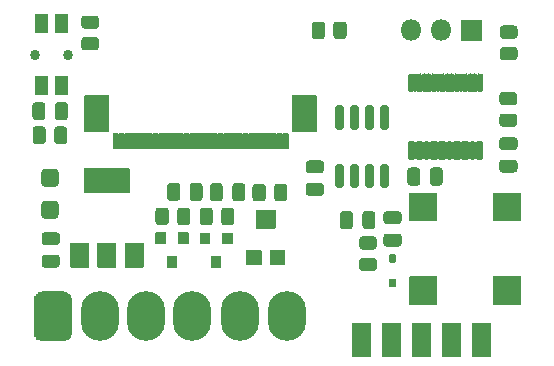
<source format=gbr>
G04 #@! TF.GenerationSoftware,KiCad,Pcbnew,(5.1.8-0-10_14)*
G04 #@! TF.CreationDate,2021-03-05T16:46:23-05:00*
G04 #@! TF.ProjectId,v1,76312e6b-6963-4616-945f-706362585858,rev?*
G04 #@! TF.SameCoordinates,Original*
G04 #@! TF.FileFunction,Soldermask,Bot*
G04 #@! TF.FilePolarity,Negative*
%FSLAX46Y46*%
G04 Gerber Fmt 4.6, Leading zero omitted, Abs format (unit mm)*
G04 Created by KiCad (PCBNEW (5.1.8-0-10_14)) date 2021-03-05 16:46:23*
%MOMM*%
%LPD*%
G01*
G04 APERTURE LIST*
%ADD10O,1.801600X1.801600*%
%ADD11O,3.261600X4.201600*%
%ADD12C,0.863600*%
%ADD13C,0.100000*%
G04 APERTURE END LIST*
G36*
G01*
X168617200Y-109604000D02*
X168617200Y-106804000D01*
G75*
G02*
X168668000Y-106753200I50800J0D01*
G01*
X170168000Y-106753200D01*
G75*
G02*
X170218800Y-106804000I0J-50800D01*
G01*
X170218800Y-109604000D01*
G75*
G02*
X170168000Y-109654800I-50800J0D01*
G01*
X168668000Y-109654800D01*
G75*
G02*
X168617200Y-109604000I0J50800D01*
G01*
G37*
G36*
G01*
X166077200Y-109604000D02*
X166077200Y-106804000D01*
G75*
G02*
X166128000Y-106753200I50800J0D01*
G01*
X167628000Y-106753200D01*
G75*
G02*
X167678800Y-106804000I0J-50800D01*
G01*
X167678800Y-109604000D01*
G75*
G02*
X167628000Y-109654800I-50800J0D01*
G01*
X166128000Y-109654800D01*
G75*
G02*
X166077200Y-109604000I0J50800D01*
G01*
G37*
G36*
G01*
X163537200Y-109604000D02*
X163537200Y-106804000D01*
G75*
G02*
X163588000Y-106753200I50800J0D01*
G01*
X165088000Y-106753200D01*
G75*
G02*
X165138800Y-106804000I0J-50800D01*
G01*
X165138800Y-109604000D01*
G75*
G02*
X165088000Y-109654800I-50800J0D01*
G01*
X163588000Y-109654800D01*
G75*
G02*
X163537200Y-109604000I0J50800D01*
G01*
G37*
G36*
G01*
X160997200Y-109604000D02*
X160997200Y-106804000D01*
G75*
G02*
X161048000Y-106753200I50800J0D01*
G01*
X162548000Y-106753200D01*
G75*
G02*
X162598800Y-106804000I0J-50800D01*
G01*
X162598800Y-109604000D01*
G75*
G02*
X162548000Y-109654800I-50800J0D01*
G01*
X161048000Y-109654800D01*
G75*
G02*
X160997200Y-109604000I0J50800D01*
G01*
G37*
G36*
G01*
X158457200Y-109604000D02*
X158457200Y-106804000D01*
G75*
G02*
X158508000Y-106753200I50800J0D01*
G01*
X160008000Y-106753200D01*
G75*
G02*
X160058800Y-106804000I0J-50800D01*
G01*
X160058800Y-109604000D01*
G75*
G02*
X160008000Y-109654800I-50800J0D01*
G01*
X158508000Y-109654800D01*
G75*
G02*
X158457200Y-109604000I0J50800D01*
G01*
G37*
G36*
G01*
X161389200Y-90371800D02*
X161038400Y-90371800D01*
G75*
G02*
X160863000Y-90196400I0J175400D01*
G01*
X160863000Y-88495600D01*
G75*
G02*
X161038400Y-88320200I175400J0D01*
G01*
X161389200Y-88320200D01*
G75*
G02*
X161564600Y-88495600I0J-175400D01*
G01*
X161564600Y-90196400D01*
G75*
G02*
X161389200Y-90371800I-175400J0D01*
G01*
G37*
G36*
G01*
X160119200Y-90371800D02*
X159768400Y-90371800D01*
G75*
G02*
X159593000Y-90196400I0J175400D01*
G01*
X159593000Y-88495600D01*
G75*
G02*
X159768400Y-88320200I175400J0D01*
G01*
X160119200Y-88320200D01*
G75*
G02*
X160294600Y-88495600I0J-175400D01*
G01*
X160294600Y-90196400D01*
G75*
G02*
X160119200Y-90371800I-175400J0D01*
G01*
G37*
G36*
G01*
X158849200Y-90371800D02*
X158498400Y-90371800D01*
G75*
G02*
X158323000Y-90196400I0J175400D01*
G01*
X158323000Y-88495600D01*
G75*
G02*
X158498400Y-88320200I175400J0D01*
G01*
X158849200Y-88320200D01*
G75*
G02*
X159024600Y-88495600I0J-175400D01*
G01*
X159024600Y-90196400D01*
G75*
G02*
X158849200Y-90371800I-175400J0D01*
G01*
G37*
G36*
G01*
X157579200Y-90371800D02*
X157228400Y-90371800D01*
G75*
G02*
X157053000Y-90196400I0J175400D01*
G01*
X157053000Y-88495600D01*
G75*
G02*
X157228400Y-88320200I175400J0D01*
G01*
X157579200Y-88320200D01*
G75*
G02*
X157754600Y-88495600I0J-175400D01*
G01*
X157754600Y-90196400D01*
G75*
G02*
X157579200Y-90371800I-175400J0D01*
G01*
G37*
G36*
G01*
X157579200Y-95321800D02*
X157228400Y-95321800D01*
G75*
G02*
X157053000Y-95146400I0J175400D01*
G01*
X157053000Y-93445600D01*
G75*
G02*
X157228400Y-93270200I175400J0D01*
G01*
X157579200Y-93270200D01*
G75*
G02*
X157754600Y-93445600I0J-175400D01*
G01*
X157754600Y-95146400D01*
G75*
G02*
X157579200Y-95321800I-175400J0D01*
G01*
G37*
G36*
G01*
X158849200Y-95321800D02*
X158498400Y-95321800D01*
G75*
G02*
X158323000Y-95146400I0J175400D01*
G01*
X158323000Y-93445600D01*
G75*
G02*
X158498400Y-93270200I175400J0D01*
G01*
X158849200Y-93270200D01*
G75*
G02*
X159024600Y-93445600I0J-175400D01*
G01*
X159024600Y-95146400D01*
G75*
G02*
X158849200Y-95321800I-175400J0D01*
G01*
G37*
G36*
G01*
X160119200Y-95321800D02*
X159768400Y-95321800D01*
G75*
G02*
X159593000Y-95146400I0J175400D01*
G01*
X159593000Y-93445600D01*
G75*
G02*
X159768400Y-93270200I175400J0D01*
G01*
X160119200Y-93270200D01*
G75*
G02*
X160294600Y-93445600I0J-175400D01*
G01*
X160294600Y-95146400D01*
G75*
G02*
X160119200Y-95321800I-175400J0D01*
G01*
G37*
G36*
G01*
X161389200Y-95321800D02*
X161038400Y-95321800D01*
G75*
G02*
X160863000Y-95146400I0J175400D01*
G01*
X160863000Y-93445600D01*
G75*
G02*
X161038400Y-93270200I175400J0D01*
G01*
X161389200Y-93270200D01*
G75*
G02*
X161564600Y-93445600I0J-175400D01*
G01*
X161564600Y-95146400D01*
G75*
G02*
X161389200Y-95321800I-175400J0D01*
G01*
G37*
G36*
G01*
X139618800Y-95767000D02*
X135818800Y-95767000D01*
G75*
G02*
X135768000Y-95716200I0J50800D01*
G01*
X135768000Y-93716200D01*
G75*
G02*
X135818800Y-93665400I50800J0D01*
G01*
X139618800Y-93665400D01*
G75*
G02*
X139669600Y-93716200I0J-50800D01*
G01*
X139669600Y-95716200D01*
G75*
G02*
X139618800Y-95767000I-50800J0D01*
G01*
G37*
G36*
G01*
X138468800Y-102067000D02*
X136968800Y-102067000D01*
G75*
G02*
X136918000Y-102016200I0J50800D01*
G01*
X136918000Y-100016200D01*
G75*
G02*
X136968800Y-99965400I50800J0D01*
G01*
X138468800Y-99965400D01*
G75*
G02*
X138519600Y-100016200I0J-50800D01*
G01*
X138519600Y-102016200D01*
G75*
G02*
X138468800Y-102067000I-50800J0D01*
G01*
G37*
G36*
G01*
X136168800Y-102067000D02*
X134668800Y-102067000D01*
G75*
G02*
X134618000Y-102016200I0J50800D01*
G01*
X134618000Y-100016200D01*
G75*
G02*
X134668800Y-99965400I50800J0D01*
G01*
X136168800Y-99965400D01*
G75*
G02*
X136219600Y-100016200I0J-50800D01*
G01*
X136219600Y-102016200D01*
G75*
G02*
X136168800Y-102067000I-50800J0D01*
G01*
G37*
G36*
G01*
X140768800Y-102067000D02*
X139268800Y-102067000D01*
G75*
G02*
X139218000Y-102016200I0J50800D01*
G01*
X139218000Y-100016200D01*
G75*
G02*
X139268800Y-99965400I50800J0D01*
G01*
X140768800Y-99965400D01*
G75*
G02*
X140819600Y-100016200I0J-50800D01*
G01*
X140819600Y-102016200D01*
G75*
G02*
X140768800Y-102067000I-50800J0D01*
G01*
G37*
G36*
G01*
X169445800Y-87206800D02*
X169195000Y-87206800D01*
G75*
G02*
X169069600Y-87081400I0J125400D01*
G01*
X169069600Y-85755600D01*
G75*
G02*
X169195000Y-85630200I125400J0D01*
G01*
X169445800Y-85630200D01*
G75*
G02*
X169571200Y-85755600I0J-125400D01*
G01*
X169571200Y-87081400D01*
G75*
G02*
X169445800Y-87206800I-125400J0D01*
G01*
G37*
G36*
G01*
X168795800Y-87206800D02*
X168545000Y-87206800D01*
G75*
G02*
X168419600Y-87081400I0J125400D01*
G01*
X168419600Y-85755600D01*
G75*
G02*
X168545000Y-85630200I125400J0D01*
G01*
X168795800Y-85630200D01*
G75*
G02*
X168921200Y-85755600I0J-125400D01*
G01*
X168921200Y-87081400D01*
G75*
G02*
X168795800Y-87206800I-125400J0D01*
G01*
G37*
G36*
G01*
X168145800Y-87206800D02*
X167895000Y-87206800D01*
G75*
G02*
X167769600Y-87081400I0J125400D01*
G01*
X167769600Y-85755600D01*
G75*
G02*
X167895000Y-85630200I125400J0D01*
G01*
X168145800Y-85630200D01*
G75*
G02*
X168271200Y-85755600I0J-125400D01*
G01*
X168271200Y-87081400D01*
G75*
G02*
X168145800Y-87206800I-125400J0D01*
G01*
G37*
G36*
G01*
X167495800Y-87206800D02*
X167245000Y-87206800D01*
G75*
G02*
X167119600Y-87081400I0J125400D01*
G01*
X167119600Y-85755600D01*
G75*
G02*
X167245000Y-85630200I125400J0D01*
G01*
X167495800Y-85630200D01*
G75*
G02*
X167621200Y-85755600I0J-125400D01*
G01*
X167621200Y-87081400D01*
G75*
G02*
X167495800Y-87206800I-125400J0D01*
G01*
G37*
G36*
G01*
X166845800Y-87206800D02*
X166595000Y-87206800D01*
G75*
G02*
X166469600Y-87081400I0J125400D01*
G01*
X166469600Y-85755600D01*
G75*
G02*
X166595000Y-85630200I125400J0D01*
G01*
X166845800Y-85630200D01*
G75*
G02*
X166971200Y-85755600I0J-125400D01*
G01*
X166971200Y-87081400D01*
G75*
G02*
X166845800Y-87206800I-125400J0D01*
G01*
G37*
G36*
G01*
X166195800Y-87206800D02*
X165945000Y-87206800D01*
G75*
G02*
X165819600Y-87081400I0J125400D01*
G01*
X165819600Y-85755600D01*
G75*
G02*
X165945000Y-85630200I125400J0D01*
G01*
X166195800Y-85630200D01*
G75*
G02*
X166321200Y-85755600I0J-125400D01*
G01*
X166321200Y-87081400D01*
G75*
G02*
X166195800Y-87206800I-125400J0D01*
G01*
G37*
G36*
G01*
X165545800Y-87206800D02*
X165295000Y-87206800D01*
G75*
G02*
X165169600Y-87081400I0J125400D01*
G01*
X165169600Y-85755600D01*
G75*
G02*
X165295000Y-85630200I125400J0D01*
G01*
X165545800Y-85630200D01*
G75*
G02*
X165671200Y-85755600I0J-125400D01*
G01*
X165671200Y-87081400D01*
G75*
G02*
X165545800Y-87206800I-125400J0D01*
G01*
G37*
G36*
G01*
X164895800Y-87206800D02*
X164645000Y-87206800D01*
G75*
G02*
X164519600Y-87081400I0J125400D01*
G01*
X164519600Y-85755600D01*
G75*
G02*
X164645000Y-85630200I125400J0D01*
G01*
X164895800Y-85630200D01*
G75*
G02*
X165021200Y-85755600I0J-125400D01*
G01*
X165021200Y-87081400D01*
G75*
G02*
X164895800Y-87206800I-125400J0D01*
G01*
G37*
G36*
G01*
X164245800Y-87206800D02*
X163995000Y-87206800D01*
G75*
G02*
X163869600Y-87081400I0J125400D01*
G01*
X163869600Y-85755600D01*
G75*
G02*
X163995000Y-85630200I125400J0D01*
G01*
X164245800Y-85630200D01*
G75*
G02*
X164371200Y-85755600I0J-125400D01*
G01*
X164371200Y-87081400D01*
G75*
G02*
X164245800Y-87206800I-125400J0D01*
G01*
G37*
G36*
G01*
X163595800Y-87206800D02*
X163345000Y-87206800D01*
G75*
G02*
X163219600Y-87081400I0J125400D01*
G01*
X163219600Y-85755600D01*
G75*
G02*
X163345000Y-85630200I125400J0D01*
G01*
X163595800Y-85630200D01*
G75*
G02*
X163721200Y-85755600I0J-125400D01*
G01*
X163721200Y-87081400D01*
G75*
G02*
X163595800Y-87206800I-125400J0D01*
G01*
G37*
G36*
G01*
X163595800Y-92931800D02*
X163345000Y-92931800D01*
G75*
G02*
X163219600Y-92806400I0J125400D01*
G01*
X163219600Y-91480600D01*
G75*
G02*
X163345000Y-91355200I125400J0D01*
G01*
X163595800Y-91355200D01*
G75*
G02*
X163721200Y-91480600I0J-125400D01*
G01*
X163721200Y-92806400D01*
G75*
G02*
X163595800Y-92931800I-125400J0D01*
G01*
G37*
G36*
G01*
X164245800Y-92931800D02*
X163995000Y-92931800D01*
G75*
G02*
X163869600Y-92806400I0J125400D01*
G01*
X163869600Y-91480600D01*
G75*
G02*
X163995000Y-91355200I125400J0D01*
G01*
X164245800Y-91355200D01*
G75*
G02*
X164371200Y-91480600I0J-125400D01*
G01*
X164371200Y-92806400D01*
G75*
G02*
X164245800Y-92931800I-125400J0D01*
G01*
G37*
G36*
G01*
X164895800Y-92931800D02*
X164645000Y-92931800D01*
G75*
G02*
X164519600Y-92806400I0J125400D01*
G01*
X164519600Y-91480600D01*
G75*
G02*
X164645000Y-91355200I125400J0D01*
G01*
X164895800Y-91355200D01*
G75*
G02*
X165021200Y-91480600I0J-125400D01*
G01*
X165021200Y-92806400D01*
G75*
G02*
X164895800Y-92931800I-125400J0D01*
G01*
G37*
G36*
G01*
X165545800Y-92931800D02*
X165295000Y-92931800D01*
G75*
G02*
X165169600Y-92806400I0J125400D01*
G01*
X165169600Y-91480600D01*
G75*
G02*
X165295000Y-91355200I125400J0D01*
G01*
X165545800Y-91355200D01*
G75*
G02*
X165671200Y-91480600I0J-125400D01*
G01*
X165671200Y-92806400D01*
G75*
G02*
X165545800Y-92931800I-125400J0D01*
G01*
G37*
G36*
G01*
X166195800Y-92931800D02*
X165945000Y-92931800D01*
G75*
G02*
X165819600Y-92806400I0J125400D01*
G01*
X165819600Y-91480600D01*
G75*
G02*
X165945000Y-91355200I125400J0D01*
G01*
X166195800Y-91355200D01*
G75*
G02*
X166321200Y-91480600I0J-125400D01*
G01*
X166321200Y-92806400D01*
G75*
G02*
X166195800Y-92931800I-125400J0D01*
G01*
G37*
G36*
G01*
X166845800Y-92931800D02*
X166595000Y-92931800D01*
G75*
G02*
X166469600Y-92806400I0J125400D01*
G01*
X166469600Y-91480600D01*
G75*
G02*
X166595000Y-91355200I125400J0D01*
G01*
X166845800Y-91355200D01*
G75*
G02*
X166971200Y-91480600I0J-125400D01*
G01*
X166971200Y-92806400D01*
G75*
G02*
X166845800Y-92931800I-125400J0D01*
G01*
G37*
G36*
G01*
X167495800Y-92931800D02*
X167245000Y-92931800D01*
G75*
G02*
X167119600Y-92806400I0J125400D01*
G01*
X167119600Y-91480600D01*
G75*
G02*
X167245000Y-91355200I125400J0D01*
G01*
X167495800Y-91355200D01*
G75*
G02*
X167621200Y-91480600I0J-125400D01*
G01*
X167621200Y-92806400D01*
G75*
G02*
X167495800Y-92931800I-125400J0D01*
G01*
G37*
G36*
G01*
X168145800Y-92931800D02*
X167895000Y-92931800D01*
G75*
G02*
X167769600Y-92806400I0J125400D01*
G01*
X167769600Y-91480600D01*
G75*
G02*
X167895000Y-91355200I125400J0D01*
G01*
X168145800Y-91355200D01*
G75*
G02*
X168271200Y-91480600I0J-125400D01*
G01*
X168271200Y-92806400D01*
G75*
G02*
X168145800Y-92931800I-125400J0D01*
G01*
G37*
G36*
G01*
X168795800Y-92931800D02*
X168545000Y-92931800D01*
G75*
G02*
X168419600Y-92806400I0J125400D01*
G01*
X168419600Y-91480600D01*
G75*
G02*
X168545000Y-91355200I125400J0D01*
G01*
X168795800Y-91355200D01*
G75*
G02*
X168921200Y-91480600I0J-125400D01*
G01*
X168921200Y-92806400D01*
G75*
G02*
X168795800Y-92931800I-125400J0D01*
G01*
G37*
G36*
G01*
X169445800Y-92931800D02*
X169195000Y-92931800D01*
G75*
G02*
X169069600Y-92806400I0J125400D01*
G01*
X169069600Y-91480600D01*
G75*
G02*
X169195000Y-91355200I125400J0D01*
G01*
X169445800Y-91355200D01*
G75*
G02*
X169571200Y-91480600I0J-125400D01*
G01*
X169571200Y-92806400D01*
G75*
G02*
X169445800Y-92931800I-125400J0D01*
G01*
G37*
G36*
G01*
X152755400Y-101866400D02*
X151555400Y-101866400D01*
G75*
G02*
X151504600Y-101815600I0J50800D01*
G01*
X151504600Y-100615600D01*
G75*
G02*
X151555400Y-100564800I50800J0D01*
G01*
X152755400Y-100564800D01*
G75*
G02*
X152806200Y-100615600I0J-50800D01*
G01*
X152806200Y-101815600D01*
G75*
G02*
X152755400Y-101866400I-50800J0D01*
G01*
G37*
G36*
G01*
X150755400Y-101866400D02*
X149555400Y-101866400D01*
G75*
G02*
X149504600Y-101815600I0J50800D01*
G01*
X149504600Y-100615600D01*
G75*
G02*
X149555400Y-100564800I50800J0D01*
G01*
X150755400Y-100564800D01*
G75*
G02*
X150806200Y-100615600I0J-50800D01*
G01*
X150806200Y-101815600D01*
G75*
G02*
X150755400Y-101866400I-50800J0D01*
G01*
G37*
G36*
G01*
X151955400Y-98766400D02*
X150355400Y-98766400D01*
G75*
G02*
X150304600Y-98715600I0J50800D01*
G01*
X150304600Y-97215600D01*
G75*
G02*
X150355400Y-97164800I50800J0D01*
G01*
X151955400Y-97164800D01*
G75*
G02*
X152006200Y-97215600I0J-50800D01*
G01*
X152006200Y-98715600D01*
G75*
G02*
X151955400Y-98766400I-50800J0D01*
G01*
G37*
G36*
G01*
X158016000Y-81502479D02*
X158016000Y-82454521D01*
G75*
G02*
X157741221Y-82729300I-274779J0D01*
G01*
X157164179Y-82729300D01*
G75*
G02*
X156889400Y-82454521I0J274779D01*
G01*
X156889400Y-81502479D01*
G75*
G02*
X157164179Y-81227700I274779J0D01*
G01*
X157741221Y-81227700D01*
G75*
G02*
X158016000Y-81502479I0J-274779D01*
G01*
G37*
G36*
G01*
X156191000Y-81502479D02*
X156191000Y-82454521D01*
G75*
G02*
X155916221Y-82729300I-274779J0D01*
G01*
X155339179Y-82729300D01*
G75*
G02*
X155064400Y-82454521I0J274779D01*
G01*
X155064400Y-81502479D01*
G75*
G02*
X155339179Y-81227700I274779J0D01*
G01*
X155916221Y-81227700D01*
G75*
G02*
X156191000Y-81502479I0J-274779D01*
G01*
G37*
G36*
G01*
X136772421Y-83670200D02*
X135820379Y-83670200D01*
G75*
G02*
X135545600Y-83395421I0J274779D01*
G01*
X135545600Y-82818379D01*
G75*
G02*
X135820379Y-82543600I274779J0D01*
G01*
X136772421Y-82543600D01*
G75*
G02*
X137047200Y-82818379I0J-274779D01*
G01*
X137047200Y-83395421D01*
G75*
G02*
X136772421Y-83670200I-274779J0D01*
G01*
G37*
G36*
G01*
X136772421Y-81845200D02*
X135820379Y-81845200D01*
G75*
G02*
X135545600Y-81570421I0J274779D01*
G01*
X135545600Y-80993379D01*
G75*
G02*
X135820379Y-80718600I274779J0D01*
G01*
X136772421Y-80718600D01*
G75*
G02*
X137047200Y-80993379I0J-274779D01*
G01*
X137047200Y-81570421D01*
G75*
G02*
X136772421Y-81845200I-274779J0D01*
G01*
G37*
G36*
G01*
X145558600Y-98215221D02*
X145558600Y-97263179D01*
G75*
G02*
X145833379Y-96988400I274779J0D01*
G01*
X146410421Y-96988400D01*
G75*
G02*
X146685200Y-97263179I0J-274779D01*
G01*
X146685200Y-98215221D01*
G75*
G02*
X146410421Y-98490000I-274779J0D01*
G01*
X145833379Y-98490000D01*
G75*
G02*
X145558600Y-98215221I0J274779D01*
G01*
G37*
G36*
G01*
X147383600Y-98215221D02*
X147383600Y-97263179D01*
G75*
G02*
X147658379Y-96988400I274779J0D01*
G01*
X148235421Y-96988400D01*
G75*
G02*
X148510200Y-97263179I0J-274779D01*
G01*
X148510200Y-98215221D01*
G75*
G02*
X148235421Y-98490000I-274779J0D01*
G01*
X147658379Y-98490000D01*
G75*
G02*
X147383600Y-98215221I0J274779D01*
G01*
G37*
G36*
G01*
X141824800Y-98206755D02*
X141824800Y-97254713D01*
G75*
G02*
X142099579Y-96979934I274779J0D01*
G01*
X142676621Y-96979934D01*
G75*
G02*
X142951400Y-97254713I0J-274779D01*
G01*
X142951400Y-98206755D01*
G75*
G02*
X142676621Y-98481534I-274779J0D01*
G01*
X142099579Y-98481534D01*
G75*
G02*
X141824800Y-98206755I0J274779D01*
G01*
G37*
G36*
G01*
X143649800Y-98206755D02*
X143649800Y-97254713D01*
G75*
G02*
X143924579Y-96979934I274779J0D01*
G01*
X144501621Y-96979934D01*
G75*
G02*
X144776400Y-97254713I0J-274779D01*
G01*
X144776400Y-98206755D01*
G75*
G02*
X144501621Y-98481534I-274779J0D01*
G01*
X143924579Y-98481534D01*
G75*
G02*
X143649800Y-98206755I0J274779D01*
G01*
G37*
G36*
G01*
X159340779Y-101238000D02*
X160292821Y-101238000D01*
G75*
G02*
X160567600Y-101512779I0J-274779D01*
G01*
X160567600Y-102089821D01*
G75*
G02*
X160292821Y-102364600I-274779J0D01*
G01*
X159340779Y-102364600D01*
G75*
G02*
X159066000Y-102089821I0J274779D01*
G01*
X159066000Y-101512779D01*
G75*
G02*
X159340779Y-101238000I274779J0D01*
G01*
G37*
G36*
G01*
X159340779Y-99413000D02*
X160292821Y-99413000D01*
G75*
G02*
X160567600Y-99687779I0J-274779D01*
G01*
X160567600Y-100264821D01*
G75*
G02*
X160292821Y-100539600I-274779J0D01*
G01*
X159340779Y-100539600D01*
G75*
G02*
X159066000Y-100264821I0J274779D01*
G01*
X159066000Y-99687779D01*
G75*
G02*
X159340779Y-99413000I274779J0D01*
G01*
G37*
G36*
G01*
X172207321Y-82685300D02*
X171255279Y-82685300D01*
G75*
G02*
X170980500Y-82410521I0J274779D01*
G01*
X170980500Y-81833479D01*
G75*
G02*
X171255279Y-81558700I274779J0D01*
G01*
X172207321Y-81558700D01*
G75*
G02*
X172482100Y-81833479I0J-274779D01*
G01*
X172482100Y-82410521D01*
G75*
G02*
X172207321Y-82685300I-274779J0D01*
G01*
G37*
G36*
G01*
X172207321Y-84510300D02*
X171255279Y-84510300D01*
G75*
G02*
X170980500Y-84235521I0J274779D01*
G01*
X170980500Y-83658479D01*
G75*
G02*
X171255279Y-83383700I274779J0D01*
G01*
X172207321Y-83383700D01*
G75*
G02*
X172482100Y-83658479I0J-274779D01*
G01*
X172482100Y-84235521D01*
G75*
G02*
X172207321Y-84510300I-274779J0D01*
G01*
G37*
G36*
G01*
X150035200Y-96183221D02*
X150035200Y-95231179D01*
G75*
G02*
X150309979Y-94956400I274779J0D01*
G01*
X150887021Y-94956400D01*
G75*
G02*
X151161800Y-95231179I0J-274779D01*
G01*
X151161800Y-96183221D01*
G75*
G02*
X150887021Y-96458000I-274779J0D01*
G01*
X150309979Y-96458000D01*
G75*
G02*
X150035200Y-96183221I0J274779D01*
G01*
G37*
G36*
G01*
X151860200Y-96183221D02*
X151860200Y-95231179D01*
G75*
G02*
X152134979Y-94956400I274779J0D01*
G01*
X152712021Y-94956400D01*
G75*
G02*
X152986800Y-95231179I0J-274779D01*
G01*
X152986800Y-96183221D01*
G75*
G02*
X152712021Y-96458000I-274779J0D01*
G01*
X152134979Y-96458000D01*
G75*
G02*
X151860200Y-96183221I0J274779D01*
G01*
G37*
G36*
G01*
X172180021Y-88320300D02*
X171227979Y-88320300D01*
G75*
G02*
X170953200Y-88045521I0J274779D01*
G01*
X170953200Y-87468479D01*
G75*
G02*
X171227979Y-87193700I274779J0D01*
G01*
X172180021Y-87193700D01*
G75*
G02*
X172454800Y-87468479I0J-274779D01*
G01*
X172454800Y-88045521D01*
G75*
G02*
X172180021Y-88320300I-274779J0D01*
G01*
G37*
G36*
G01*
X172180021Y-90145300D02*
X171227979Y-90145300D01*
G75*
G02*
X170953200Y-89870521I0J274779D01*
G01*
X170953200Y-89293479D01*
G75*
G02*
X171227979Y-89018700I274779J0D01*
G01*
X172180021Y-89018700D01*
G75*
G02*
X172454800Y-89293479I0J-274779D01*
G01*
X172454800Y-89870521D01*
G75*
G02*
X172180021Y-90145300I-274779J0D01*
G01*
G37*
G36*
G01*
X131417000Y-91331821D02*
X131417000Y-90379779D01*
G75*
G02*
X131691779Y-90105000I274779J0D01*
G01*
X132268821Y-90105000D01*
G75*
G02*
X132543600Y-90379779I0J-274779D01*
G01*
X132543600Y-91331821D01*
G75*
G02*
X132268821Y-91606600I-274779J0D01*
G01*
X131691779Y-91606600D01*
G75*
G02*
X131417000Y-91331821I0J274779D01*
G01*
G37*
G36*
G01*
X133242000Y-91331821D02*
X133242000Y-90379779D01*
G75*
G02*
X133516779Y-90105000I274779J0D01*
G01*
X134093821Y-90105000D01*
G75*
G02*
X134368600Y-90379779I0J-274779D01*
G01*
X134368600Y-91331821D01*
G75*
G02*
X134093821Y-91606600I-274779J0D01*
G01*
X133516779Y-91606600D01*
G75*
G02*
X133242000Y-91331821I0J274779D01*
G01*
G37*
G36*
G01*
X145614400Y-99091668D02*
X146414400Y-99091668D01*
G75*
G02*
X146465200Y-99142468I0J-50800D01*
G01*
X146465200Y-100042468D01*
G75*
G02*
X146414400Y-100093268I-50800J0D01*
G01*
X145614400Y-100093268D01*
G75*
G02*
X145563600Y-100042468I0J50800D01*
G01*
X145563600Y-99142468D01*
G75*
G02*
X145614400Y-99091668I50800J0D01*
G01*
G37*
G36*
G01*
X147514400Y-99091668D02*
X148314400Y-99091668D01*
G75*
G02*
X148365200Y-99142468I0J-50800D01*
G01*
X148365200Y-100042468D01*
G75*
G02*
X148314400Y-100093268I-50800J0D01*
G01*
X147514400Y-100093268D01*
G75*
G02*
X147463600Y-100042468I0J50800D01*
G01*
X147463600Y-99142468D01*
G75*
G02*
X147514400Y-99091668I50800J0D01*
G01*
G37*
G36*
G01*
X146564400Y-101091668D02*
X147364400Y-101091668D01*
G75*
G02*
X147415200Y-101142468I0J-50800D01*
G01*
X147415200Y-102042468D01*
G75*
G02*
X147364400Y-102093268I-50800J0D01*
G01*
X146564400Y-102093268D01*
G75*
G02*
X146513600Y-102042468I0J50800D01*
G01*
X146513600Y-101142468D01*
G75*
G02*
X146564400Y-101091668I50800J0D01*
G01*
G37*
G36*
G01*
X141880600Y-99083200D02*
X142680600Y-99083200D01*
G75*
G02*
X142731400Y-99134000I0J-50800D01*
G01*
X142731400Y-100034000D01*
G75*
G02*
X142680600Y-100084800I-50800J0D01*
G01*
X141880600Y-100084800D01*
G75*
G02*
X141829800Y-100034000I0J50800D01*
G01*
X141829800Y-99134000D01*
G75*
G02*
X141880600Y-99083200I50800J0D01*
G01*
G37*
G36*
G01*
X143780600Y-99083200D02*
X144580600Y-99083200D01*
G75*
G02*
X144631400Y-99134000I0J-50800D01*
G01*
X144631400Y-100034000D01*
G75*
G02*
X144580600Y-100084800I-50800J0D01*
G01*
X143780600Y-100084800D01*
G75*
G02*
X143729800Y-100034000I0J50800D01*
G01*
X143729800Y-99134000D01*
G75*
G02*
X143780600Y-99083200I50800J0D01*
G01*
G37*
G36*
G01*
X142830600Y-101083200D02*
X143630600Y-101083200D01*
G75*
G02*
X143681400Y-101134000I0J-50800D01*
G01*
X143681400Y-102034000D01*
G75*
G02*
X143630600Y-102084800I-50800J0D01*
G01*
X142830600Y-102084800D01*
G75*
G02*
X142779800Y-102034000I0J50800D01*
G01*
X142779800Y-101134000D01*
G75*
G02*
X142830600Y-101083200I50800J0D01*
G01*
G37*
D10*
X163499800Y-81978500D03*
X166039800Y-81978500D03*
G36*
G01*
X167729800Y-81077700D02*
X169429800Y-81077700D01*
G75*
G02*
X169480600Y-81128500I0J-50800D01*
G01*
X169480600Y-82828500D01*
G75*
G02*
X169429800Y-82879300I-50800J0D01*
G01*
X167729800Y-82879300D01*
G75*
G02*
X167679000Y-82828500I0J50800D01*
G01*
X167679000Y-81128500D01*
G75*
G02*
X167729800Y-81077700I50800J0D01*
G01*
G37*
G36*
G01*
X131503300Y-107470100D02*
X131503300Y-104899300D01*
G75*
G02*
X132318700Y-104083900I815400J0D01*
G01*
X133949500Y-104083900D01*
G75*
G02*
X134764900Y-104899300I0J-815400D01*
G01*
X134764900Y-107470100D01*
G75*
G02*
X133949500Y-108285500I-815400J0D01*
G01*
X132318700Y-108285500D01*
G75*
G02*
X131503300Y-107470100I0J815400D01*
G01*
G37*
D11*
X137094100Y-106184700D03*
X141054100Y-106184700D03*
X144934100Y-106184700D03*
X148974100Y-106184700D03*
X152934100Y-106184700D03*
G36*
G01*
X138191200Y-91977000D02*
X138191200Y-90727000D01*
G75*
G02*
X138242000Y-90676200I50800J0D01*
G01*
X138542000Y-90676200D01*
G75*
G02*
X138592800Y-90727000I0J-50800D01*
G01*
X138592800Y-91977000D01*
G75*
G02*
X138542000Y-92027800I-50800J0D01*
G01*
X138242000Y-92027800D01*
G75*
G02*
X138191200Y-91977000I0J50800D01*
G01*
G37*
G36*
G01*
X135801200Y-90527000D02*
X135801200Y-87527000D01*
G75*
G02*
X135852000Y-87476200I50800J0D01*
G01*
X137852000Y-87476200D01*
G75*
G02*
X137902800Y-87527000I0J-50800D01*
G01*
X137902800Y-90527000D01*
G75*
G02*
X137852000Y-90577800I-50800J0D01*
G01*
X135852000Y-90577800D01*
G75*
G02*
X135801200Y-90527000I0J50800D01*
G01*
G37*
G36*
G01*
X153381200Y-90527000D02*
X153381200Y-87527000D01*
G75*
G02*
X153432000Y-87476200I50800J0D01*
G01*
X155432000Y-87476200D01*
G75*
G02*
X155482800Y-87527000I0J-50800D01*
G01*
X155482800Y-90527000D01*
G75*
G02*
X155432000Y-90577800I-50800J0D01*
G01*
X153432000Y-90577800D01*
G75*
G02*
X153381200Y-90527000I0J50800D01*
G01*
G37*
G36*
G01*
X138691200Y-91977000D02*
X138691200Y-90727000D01*
G75*
G02*
X138742000Y-90676200I50800J0D01*
G01*
X139042000Y-90676200D01*
G75*
G02*
X139092800Y-90727000I0J-50800D01*
G01*
X139092800Y-91977000D01*
G75*
G02*
X139042000Y-92027800I-50800J0D01*
G01*
X138742000Y-92027800D01*
G75*
G02*
X138691200Y-91977000I0J50800D01*
G01*
G37*
G36*
G01*
X139191200Y-91977000D02*
X139191200Y-90727000D01*
G75*
G02*
X139242000Y-90676200I50800J0D01*
G01*
X139542000Y-90676200D01*
G75*
G02*
X139592800Y-90727000I0J-50800D01*
G01*
X139592800Y-91977000D01*
G75*
G02*
X139542000Y-92027800I-50800J0D01*
G01*
X139242000Y-92027800D01*
G75*
G02*
X139191200Y-91977000I0J50800D01*
G01*
G37*
G36*
G01*
X139691200Y-91977000D02*
X139691200Y-90727000D01*
G75*
G02*
X139742000Y-90676200I50800J0D01*
G01*
X140042000Y-90676200D01*
G75*
G02*
X140092800Y-90727000I0J-50800D01*
G01*
X140092800Y-91977000D01*
G75*
G02*
X140042000Y-92027800I-50800J0D01*
G01*
X139742000Y-92027800D01*
G75*
G02*
X139691200Y-91977000I0J50800D01*
G01*
G37*
G36*
G01*
X140191200Y-91977000D02*
X140191200Y-90727000D01*
G75*
G02*
X140242000Y-90676200I50800J0D01*
G01*
X140542000Y-90676200D01*
G75*
G02*
X140592800Y-90727000I0J-50800D01*
G01*
X140592800Y-91977000D01*
G75*
G02*
X140542000Y-92027800I-50800J0D01*
G01*
X140242000Y-92027800D01*
G75*
G02*
X140191200Y-91977000I0J50800D01*
G01*
G37*
G36*
G01*
X140691200Y-91977000D02*
X140691200Y-90727000D01*
G75*
G02*
X140742000Y-90676200I50800J0D01*
G01*
X141042000Y-90676200D01*
G75*
G02*
X141092800Y-90727000I0J-50800D01*
G01*
X141092800Y-91977000D01*
G75*
G02*
X141042000Y-92027800I-50800J0D01*
G01*
X140742000Y-92027800D01*
G75*
G02*
X140691200Y-91977000I0J50800D01*
G01*
G37*
G36*
G01*
X141191200Y-91977000D02*
X141191200Y-90727000D01*
G75*
G02*
X141242000Y-90676200I50800J0D01*
G01*
X141542000Y-90676200D01*
G75*
G02*
X141592800Y-90727000I0J-50800D01*
G01*
X141592800Y-91977000D01*
G75*
G02*
X141542000Y-92027800I-50800J0D01*
G01*
X141242000Y-92027800D01*
G75*
G02*
X141191200Y-91977000I0J50800D01*
G01*
G37*
G36*
G01*
X141691200Y-91977000D02*
X141691200Y-90727000D01*
G75*
G02*
X141742000Y-90676200I50800J0D01*
G01*
X142042000Y-90676200D01*
G75*
G02*
X142092800Y-90727000I0J-50800D01*
G01*
X142092800Y-91977000D01*
G75*
G02*
X142042000Y-92027800I-50800J0D01*
G01*
X141742000Y-92027800D01*
G75*
G02*
X141691200Y-91977000I0J50800D01*
G01*
G37*
G36*
G01*
X142191200Y-91977000D02*
X142191200Y-90727000D01*
G75*
G02*
X142242000Y-90676200I50800J0D01*
G01*
X142542000Y-90676200D01*
G75*
G02*
X142592800Y-90727000I0J-50800D01*
G01*
X142592800Y-91977000D01*
G75*
G02*
X142542000Y-92027800I-50800J0D01*
G01*
X142242000Y-92027800D01*
G75*
G02*
X142191200Y-91977000I0J50800D01*
G01*
G37*
G36*
G01*
X142691200Y-91977000D02*
X142691200Y-90727000D01*
G75*
G02*
X142742000Y-90676200I50800J0D01*
G01*
X143042000Y-90676200D01*
G75*
G02*
X143092800Y-90727000I0J-50800D01*
G01*
X143092800Y-91977000D01*
G75*
G02*
X143042000Y-92027800I-50800J0D01*
G01*
X142742000Y-92027800D01*
G75*
G02*
X142691200Y-91977000I0J50800D01*
G01*
G37*
G36*
G01*
X143191200Y-91977000D02*
X143191200Y-90727000D01*
G75*
G02*
X143242000Y-90676200I50800J0D01*
G01*
X143542000Y-90676200D01*
G75*
G02*
X143592800Y-90727000I0J-50800D01*
G01*
X143592800Y-91977000D01*
G75*
G02*
X143542000Y-92027800I-50800J0D01*
G01*
X143242000Y-92027800D01*
G75*
G02*
X143191200Y-91977000I0J50800D01*
G01*
G37*
G36*
G01*
X143691200Y-91977000D02*
X143691200Y-90727000D01*
G75*
G02*
X143742000Y-90676200I50800J0D01*
G01*
X144042000Y-90676200D01*
G75*
G02*
X144092800Y-90727000I0J-50800D01*
G01*
X144092800Y-91977000D01*
G75*
G02*
X144042000Y-92027800I-50800J0D01*
G01*
X143742000Y-92027800D01*
G75*
G02*
X143691200Y-91977000I0J50800D01*
G01*
G37*
G36*
G01*
X144191200Y-91977000D02*
X144191200Y-90727000D01*
G75*
G02*
X144242000Y-90676200I50800J0D01*
G01*
X144542000Y-90676200D01*
G75*
G02*
X144592800Y-90727000I0J-50800D01*
G01*
X144592800Y-91977000D01*
G75*
G02*
X144542000Y-92027800I-50800J0D01*
G01*
X144242000Y-92027800D01*
G75*
G02*
X144191200Y-91977000I0J50800D01*
G01*
G37*
G36*
G01*
X144691200Y-91977000D02*
X144691200Y-90727000D01*
G75*
G02*
X144742000Y-90676200I50800J0D01*
G01*
X145042000Y-90676200D01*
G75*
G02*
X145092800Y-90727000I0J-50800D01*
G01*
X145092800Y-91977000D01*
G75*
G02*
X145042000Y-92027800I-50800J0D01*
G01*
X144742000Y-92027800D01*
G75*
G02*
X144691200Y-91977000I0J50800D01*
G01*
G37*
G36*
G01*
X145191200Y-91977000D02*
X145191200Y-90727000D01*
G75*
G02*
X145242000Y-90676200I50800J0D01*
G01*
X145542000Y-90676200D01*
G75*
G02*
X145592800Y-90727000I0J-50800D01*
G01*
X145592800Y-91977000D01*
G75*
G02*
X145542000Y-92027800I-50800J0D01*
G01*
X145242000Y-92027800D01*
G75*
G02*
X145191200Y-91977000I0J50800D01*
G01*
G37*
G36*
G01*
X145691200Y-91977000D02*
X145691200Y-90727000D01*
G75*
G02*
X145742000Y-90676200I50800J0D01*
G01*
X146042000Y-90676200D01*
G75*
G02*
X146092800Y-90727000I0J-50800D01*
G01*
X146092800Y-91977000D01*
G75*
G02*
X146042000Y-92027800I-50800J0D01*
G01*
X145742000Y-92027800D01*
G75*
G02*
X145691200Y-91977000I0J50800D01*
G01*
G37*
G36*
G01*
X146191200Y-91977000D02*
X146191200Y-90727000D01*
G75*
G02*
X146242000Y-90676200I50800J0D01*
G01*
X146542000Y-90676200D01*
G75*
G02*
X146592800Y-90727000I0J-50800D01*
G01*
X146592800Y-91977000D01*
G75*
G02*
X146542000Y-92027800I-50800J0D01*
G01*
X146242000Y-92027800D01*
G75*
G02*
X146191200Y-91977000I0J50800D01*
G01*
G37*
G36*
G01*
X146691200Y-91977000D02*
X146691200Y-90727000D01*
G75*
G02*
X146742000Y-90676200I50800J0D01*
G01*
X147042000Y-90676200D01*
G75*
G02*
X147092800Y-90727000I0J-50800D01*
G01*
X147092800Y-91977000D01*
G75*
G02*
X147042000Y-92027800I-50800J0D01*
G01*
X146742000Y-92027800D01*
G75*
G02*
X146691200Y-91977000I0J50800D01*
G01*
G37*
G36*
G01*
X147191200Y-91977000D02*
X147191200Y-90727000D01*
G75*
G02*
X147242000Y-90676200I50800J0D01*
G01*
X147542000Y-90676200D01*
G75*
G02*
X147592800Y-90727000I0J-50800D01*
G01*
X147592800Y-91977000D01*
G75*
G02*
X147542000Y-92027800I-50800J0D01*
G01*
X147242000Y-92027800D01*
G75*
G02*
X147191200Y-91977000I0J50800D01*
G01*
G37*
G36*
G01*
X147691200Y-91977000D02*
X147691200Y-90727000D01*
G75*
G02*
X147742000Y-90676200I50800J0D01*
G01*
X148042000Y-90676200D01*
G75*
G02*
X148092800Y-90727000I0J-50800D01*
G01*
X148092800Y-91977000D01*
G75*
G02*
X148042000Y-92027800I-50800J0D01*
G01*
X147742000Y-92027800D01*
G75*
G02*
X147691200Y-91977000I0J50800D01*
G01*
G37*
G36*
G01*
X148191200Y-91977000D02*
X148191200Y-90727000D01*
G75*
G02*
X148242000Y-90676200I50800J0D01*
G01*
X148542000Y-90676200D01*
G75*
G02*
X148592800Y-90727000I0J-50800D01*
G01*
X148592800Y-91977000D01*
G75*
G02*
X148542000Y-92027800I-50800J0D01*
G01*
X148242000Y-92027800D01*
G75*
G02*
X148191200Y-91977000I0J50800D01*
G01*
G37*
G36*
G01*
X148691200Y-91977000D02*
X148691200Y-90727000D01*
G75*
G02*
X148742000Y-90676200I50800J0D01*
G01*
X149042000Y-90676200D01*
G75*
G02*
X149092800Y-90727000I0J-50800D01*
G01*
X149092800Y-91977000D01*
G75*
G02*
X149042000Y-92027800I-50800J0D01*
G01*
X148742000Y-92027800D01*
G75*
G02*
X148691200Y-91977000I0J50800D01*
G01*
G37*
G36*
G01*
X149191200Y-91977000D02*
X149191200Y-90727000D01*
G75*
G02*
X149242000Y-90676200I50800J0D01*
G01*
X149542000Y-90676200D01*
G75*
G02*
X149592800Y-90727000I0J-50800D01*
G01*
X149592800Y-91977000D01*
G75*
G02*
X149542000Y-92027800I-50800J0D01*
G01*
X149242000Y-92027800D01*
G75*
G02*
X149191200Y-91977000I0J50800D01*
G01*
G37*
G36*
G01*
X149691200Y-91977000D02*
X149691200Y-90727000D01*
G75*
G02*
X149742000Y-90676200I50800J0D01*
G01*
X150042000Y-90676200D01*
G75*
G02*
X150092800Y-90727000I0J-50800D01*
G01*
X150092800Y-91977000D01*
G75*
G02*
X150042000Y-92027800I-50800J0D01*
G01*
X149742000Y-92027800D01*
G75*
G02*
X149691200Y-91977000I0J50800D01*
G01*
G37*
G36*
G01*
X150191200Y-91977000D02*
X150191200Y-90727000D01*
G75*
G02*
X150242000Y-90676200I50800J0D01*
G01*
X150542000Y-90676200D01*
G75*
G02*
X150592800Y-90727000I0J-50800D01*
G01*
X150592800Y-91977000D01*
G75*
G02*
X150542000Y-92027800I-50800J0D01*
G01*
X150242000Y-92027800D01*
G75*
G02*
X150191200Y-91977000I0J50800D01*
G01*
G37*
G36*
G01*
X150691200Y-91977000D02*
X150691200Y-90727000D01*
G75*
G02*
X150742000Y-90676200I50800J0D01*
G01*
X151042000Y-90676200D01*
G75*
G02*
X151092800Y-90727000I0J-50800D01*
G01*
X151092800Y-91977000D01*
G75*
G02*
X151042000Y-92027800I-50800J0D01*
G01*
X150742000Y-92027800D01*
G75*
G02*
X150691200Y-91977000I0J50800D01*
G01*
G37*
G36*
G01*
X151191200Y-91977000D02*
X151191200Y-90727000D01*
G75*
G02*
X151242000Y-90676200I50800J0D01*
G01*
X151542000Y-90676200D01*
G75*
G02*
X151592800Y-90727000I0J-50800D01*
G01*
X151592800Y-91977000D01*
G75*
G02*
X151542000Y-92027800I-50800J0D01*
G01*
X151242000Y-92027800D01*
G75*
G02*
X151191200Y-91977000I0J50800D01*
G01*
G37*
G36*
G01*
X151691200Y-91977000D02*
X151691200Y-90727000D01*
G75*
G02*
X151742000Y-90676200I50800J0D01*
G01*
X152042000Y-90676200D01*
G75*
G02*
X152092800Y-90727000I0J-50800D01*
G01*
X152092800Y-91977000D01*
G75*
G02*
X152042000Y-92027800I-50800J0D01*
G01*
X151742000Y-92027800D01*
G75*
G02*
X151691200Y-91977000I0J50800D01*
G01*
G37*
G36*
G01*
X152191200Y-91977000D02*
X152191200Y-90727000D01*
G75*
G02*
X152242000Y-90676200I50800J0D01*
G01*
X152542000Y-90676200D01*
G75*
G02*
X152592800Y-90727000I0J-50800D01*
G01*
X152592800Y-91977000D01*
G75*
G02*
X152542000Y-92027800I-50800J0D01*
G01*
X152242000Y-92027800D01*
G75*
G02*
X152191200Y-91977000I0J50800D01*
G01*
G37*
G36*
G01*
X152691200Y-91977000D02*
X152691200Y-90727000D01*
G75*
G02*
X152742000Y-90676200I50800J0D01*
G01*
X153042000Y-90676200D01*
G75*
G02*
X153092800Y-90727000I0J-50800D01*
G01*
X153092800Y-91977000D01*
G75*
G02*
X153042000Y-92027800I-50800J0D01*
G01*
X152742000Y-92027800D01*
G75*
G02*
X152691200Y-91977000I0J50800D01*
G01*
G37*
G36*
G01*
X162124600Y-101637400D02*
X161674600Y-101637400D01*
G75*
G02*
X161623800Y-101586600I0J50800D01*
G01*
X161623800Y-100986600D01*
G75*
G02*
X161674600Y-100935800I50800J0D01*
G01*
X162124600Y-100935800D01*
G75*
G02*
X162175400Y-100986600I0J-50800D01*
G01*
X162175400Y-101586600D01*
G75*
G02*
X162124600Y-101637400I-50800J0D01*
G01*
G37*
G36*
G01*
X162124600Y-103737400D02*
X161674600Y-103737400D01*
G75*
G02*
X161623800Y-103686600I0J50800D01*
G01*
X161623800Y-103086600D01*
G75*
G02*
X161674600Y-103035800I50800J0D01*
G01*
X162124600Y-103035800D01*
G75*
G02*
X162175400Y-103086600I0J-50800D01*
G01*
X162175400Y-103686600D01*
G75*
G02*
X162124600Y-103737400I-50800J0D01*
G01*
G37*
G36*
G01*
X154820600Y-92987200D02*
X155821400Y-92987200D01*
G75*
G02*
X156096800Y-93262600I0J-275400D01*
G01*
X156096800Y-93813400D01*
G75*
G02*
X155821400Y-94088800I-275400J0D01*
G01*
X154820600Y-94088800D01*
G75*
G02*
X154545200Y-93813400I0J275400D01*
G01*
X154545200Y-93262600D01*
G75*
G02*
X154820600Y-92987200I275400J0D01*
G01*
G37*
G36*
G01*
X154820600Y-94887200D02*
X155821400Y-94887200D01*
G75*
G02*
X156096800Y-95162600I0J-275400D01*
G01*
X156096800Y-95713400D01*
G75*
G02*
X155821400Y-95988800I-275400J0D01*
G01*
X154820600Y-95988800D01*
G75*
G02*
X154545200Y-95713400I0J275400D01*
G01*
X154545200Y-95162600D01*
G75*
G02*
X154820600Y-94887200I275400J0D01*
G01*
G37*
G36*
G01*
X158543800Y-97543600D02*
X158543800Y-98544400D01*
G75*
G02*
X158268400Y-98819800I-275400J0D01*
G01*
X157717600Y-98819800D01*
G75*
G02*
X157442200Y-98544400I0J275400D01*
G01*
X157442200Y-97543600D01*
G75*
G02*
X157717600Y-97268200I275400J0D01*
G01*
X158268400Y-97268200D01*
G75*
G02*
X158543800Y-97543600I0J-275400D01*
G01*
G37*
G36*
G01*
X160443800Y-97543600D02*
X160443800Y-98544400D01*
G75*
G02*
X160168400Y-98819800I-275400J0D01*
G01*
X159617600Y-98819800D01*
G75*
G02*
X159342200Y-98544400I0J275400D01*
G01*
X159342200Y-97543600D01*
G75*
G02*
X159617600Y-97268200I275400J0D01*
G01*
X160168400Y-97268200D01*
G75*
G02*
X160443800Y-97543600I0J-275400D01*
G01*
G37*
G36*
G01*
X132435813Y-93710400D02*
X133349787Y-93710400D01*
G75*
G02*
X133618600Y-93979213I0J-268813D01*
G01*
X133618600Y-94943187D01*
G75*
G02*
X133349787Y-95212000I-268813J0D01*
G01*
X132435813Y-95212000D01*
G75*
G02*
X132167000Y-94943187I0J268813D01*
G01*
X132167000Y-93979213D01*
G75*
G02*
X132435813Y-93710400I268813J0D01*
G01*
G37*
G36*
G01*
X132435813Y-96410400D02*
X133349787Y-96410400D01*
G75*
G02*
X133618600Y-96679213I0J-268813D01*
G01*
X133618600Y-97643187D01*
G75*
G02*
X133349787Y-97912000I-268813J0D01*
G01*
X132435813Y-97912000D01*
G75*
G02*
X132167000Y-97643187I0J268813D01*
G01*
X132167000Y-96679213D01*
G75*
G02*
X132435813Y-96410400I268813J0D01*
G01*
G37*
G36*
G01*
X132462400Y-99065400D02*
X133463200Y-99065400D01*
G75*
G02*
X133738600Y-99340800I0J-275400D01*
G01*
X133738600Y-99891600D01*
G75*
G02*
X133463200Y-100167000I-275400J0D01*
G01*
X132462400Y-100167000D01*
G75*
G02*
X132187000Y-99891600I0J275400D01*
G01*
X132187000Y-99340800D01*
G75*
G02*
X132462400Y-99065400I275400J0D01*
G01*
G37*
G36*
G01*
X132462400Y-100965400D02*
X133463200Y-100965400D01*
G75*
G02*
X133738600Y-101240800I0J-275400D01*
G01*
X133738600Y-101791600D01*
G75*
G02*
X133463200Y-102067000I-275400J0D01*
G01*
X132462400Y-102067000D01*
G75*
G02*
X132187000Y-101791600I0J275400D01*
G01*
X132187000Y-101240800D01*
G75*
G02*
X132462400Y-100965400I275400J0D01*
G01*
G37*
G36*
G01*
X164253800Y-93860600D02*
X164253800Y-94861400D01*
G75*
G02*
X163978400Y-95136800I-275400J0D01*
G01*
X163427600Y-95136800D01*
G75*
G02*
X163152200Y-94861400I0J275400D01*
G01*
X163152200Y-93860600D01*
G75*
G02*
X163427600Y-93585200I275400J0D01*
G01*
X163978400Y-93585200D01*
G75*
G02*
X164253800Y-93860600I0J-275400D01*
G01*
G37*
G36*
G01*
X166153800Y-93860600D02*
X166153800Y-94861400D01*
G75*
G02*
X165878400Y-95136800I-275400J0D01*
G01*
X165327600Y-95136800D01*
G75*
G02*
X165052200Y-94861400I0J275400D01*
G01*
X165052200Y-93860600D01*
G75*
G02*
X165327600Y-93585200I275400J0D01*
G01*
X165878400Y-93585200D01*
G75*
G02*
X166153800Y-93860600I0J-275400D01*
G01*
G37*
G36*
G01*
X162400000Y-98381400D02*
X161399200Y-98381400D01*
G75*
G02*
X161123800Y-98106000I0J275400D01*
G01*
X161123800Y-97555200D01*
G75*
G02*
X161399200Y-97279800I275400J0D01*
G01*
X162400000Y-97279800D01*
G75*
G02*
X162675400Y-97555200I0J-275400D01*
G01*
X162675400Y-98106000D01*
G75*
G02*
X162400000Y-98381400I-275400J0D01*
G01*
G37*
G36*
G01*
X162400000Y-100281400D02*
X161399200Y-100281400D01*
G75*
G02*
X161123800Y-100006000I0J275400D01*
G01*
X161123800Y-99455200D01*
G75*
G02*
X161399200Y-99179800I275400J0D01*
G01*
X162400000Y-99179800D01*
G75*
G02*
X162675400Y-99455200I0J-275400D01*
G01*
X162675400Y-100006000D01*
G75*
G02*
X162400000Y-100281400I-275400J0D01*
G01*
G37*
G36*
G01*
X145823600Y-95156000D02*
X145823600Y-96156800D01*
G75*
G02*
X145548200Y-96432200I-275400J0D01*
G01*
X144997400Y-96432200D01*
G75*
G02*
X144722000Y-96156800I0J275400D01*
G01*
X144722000Y-95156000D01*
G75*
G02*
X144997400Y-94880600I275400J0D01*
G01*
X145548200Y-94880600D01*
G75*
G02*
X145823600Y-95156000I0J-275400D01*
G01*
G37*
G36*
G01*
X143923600Y-95156000D02*
X143923600Y-96156800D01*
G75*
G02*
X143648200Y-96432200I-275400J0D01*
G01*
X143097400Y-96432200D01*
G75*
G02*
X142822000Y-96156800I0J275400D01*
G01*
X142822000Y-95156000D01*
G75*
G02*
X143097400Y-94880600I275400J0D01*
G01*
X143648200Y-94880600D01*
G75*
G02*
X143923600Y-95156000I0J-275400D01*
G01*
G37*
G36*
G01*
X146428800Y-96182200D02*
X146428800Y-95181400D01*
G75*
G02*
X146704200Y-94906000I275400J0D01*
G01*
X147255000Y-94906000D01*
G75*
G02*
X147530400Y-95181400I0J-275400D01*
G01*
X147530400Y-96182200D01*
G75*
G02*
X147255000Y-96457600I-275400J0D01*
G01*
X146704200Y-96457600D01*
G75*
G02*
X146428800Y-96182200I0J275400D01*
G01*
G37*
G36*
G01*
X148328800Y-96182200D02*
X148328800Y-95181400D01*
G75*
G02*
X148604200Y-94906000I275400J0D01*
G01*
X149155000Y-94906000D01*
G75*
G02*
X149430400Y-95181400I0J-275400D01*
G01*
X149430400Y-96182200D01*
G75*
G02*
X149155000Y-96457600I-275400J0D01*
G01*
X148604200Y-96457600D01*
G75*
G02*
X148328800Y-96182200I0J275400D01*
G01*
G37*
G36*
G01*
X172204400Y-92117800D02*
X171203600Y-92117800D01*
G75*
G02*
X170928200Y-91842400I0J275400D01*
G01*
X170928200Y-91291600D01*
G75*
G02*
X171203600Y-91016200I275400J0D01*
G01*
X172204400Y-91016200D01*
G75*
G02*
X172479800Y-91291600I0J-275400D01*
G01*
X172479800Y-91842400D01*
G75*
G02*
X172204400Y-92117800I-275400J0D01*
G01*
G37*
G36*
G01*
X172204400Y-94017800D02*
X171203600Y-94017800D01*
G75*
G02*
X170928200Y-93742400I0J275400D01*
G01*
X170928200Y-93191600D01*
G75*
G02*
X171203600Y-92916200I275400J0D01*
G01*
X172204400Y-92916200D01*
G75*
G02*
X172479800Y-93191600I0J-275400D01*
G01*
X172479800Y-93742400D01*
G75*
G02*
X172204400Y-94017800I-275400J0D01*
G01*
G37*
G36*
G01*
X134413600Y-88323400D02*
X134413600Y-89324200D01*
G75*
G02*
X134138200Y-89599600I-275400J0D01*
G01*
X133587400Y-89599600D01*
G75*
G02*
X133312000Y-89324200I0J275400D01*
G01*
X133312000Y-88323400D01*
G75*
G02*
X133587400Y-88048000I275400J0D01*
G01*
X134138200Y-88048000D01*
G75*
G02*
X134413600Y-88323400I0J-275400D01*
G01*
G37*
G36*
G01*
X132513600Y-88323400D02*
X132513600Y-89324200D01*
G75*
G02*
X132238200Y-89599600I-275400J0D01*
G01*
X131687400Y-89599600D01*
G75*
G02*
X131412000Y-89324200I0J275400D01*
G01*
X131412000Y-88323400D01*
G75*
G02*
X131687400Y-88048000I275400J0D01*
G01*
X132238200Y-88048000D01*
G75*
G02*
X132513600Y-88323400I0J-275400D01*
G01*
G37*
G36*
G01*
X165646400Y-105213800D02*
X163346400Y-105213800D01*
G75*
G02*
X163295600Y-105163000I0J50800D01*
G01*
X163295600Y-102863000D01*
G75*
G02*
X163346400Y-102812200I50800J0D01*
G01*
X165646400Y-102812200D01*
G75*
G02*
X165697200Y-102863000I0J-50800D01*
G01*
X165697200Y-105163000D01*
G75*
G02*
X165646400Y-105213800I-50800J0D01*
G01*
G37*
G36*
G01*
X165646400Y-98113800D02*
X163346400Y-98113800D01*
G75*
G02*
X163295600Y-98063000I0J50800D01*
G01*
X163295600Y-95763000D01*
G75*
G02*
X163346400Y-95712200I50800J0D01*
G01*
X165646400Y-95712200D01*
G75*
G02*
X165697200Y-95763000I0J-50800D01*
G01*
X165697200Y-98063000D01*
G75*
G02*
X165646400Y-98113800I-50800J0D01*
G01*
G37*
G36*
G01*
X172746400Y-98113800D02*
X170446400Y-98113800D01*
G75*
G02*
X170395600Y-98063000I0J50800D01*
G01*
X170395600Y-95763000D01*
G75*
G02*
X170446400Y-95712200I50800J0D01*
G01*
X172746400Y-95712200D01*
G75*
G02*
X172797200Y-95763000I0J-50800D01*
G01*
X172797200Y-98063000D01*
G75*
G02*
X172746400Y-98113800I-50800J0D01*
G01*
G37*
G36*
G01*
X172746400Y-105213800D02*
X170446400Y-105213800D01*
G75*
G02*
X170395600Y-105163000I0J50800D01*
G01*
X170395600Y-102863000D01*
G75*
G02*
X170446400Y-102812200I50800J0D01*
G01*
X172746400Y-102812200D01*
G75*
G02*
X172797200Y-102863000I0J-50800D01*
G01*
X172797200Y-105163000D01*
G75*
G02*
X172746400Y-105213800I-50800J0D01*
G01*
G37*
D12*
X131658360Y-84038440D03*
X134411720Y-84040980D03*
G36*
G01*
X134391400Y-82219800D02*
X133400800Y-82219800D01*
G75*
G02*
X133350000Y-82169000I0J50800D01*
G01*
X133350000Y-80619600D01*
G75*
G02*
X133400800Y-80568800I50800J0D01*
G01*
X134391400Y-80568800D01*
G75*
G02*
X134442200Y-80619600I0J-50800D01*
G01*
X134442200Y-82169000D01*
G75*
G02*
X134391400Y-82219800I-50800J0D01*
G01*
G37*
G36*
G01*
X134391400Y-87477600D02*
X133400800Y-87477600D01*
G75*
G02*
X133350000Y-87426800I0J50800D01*
G01*
X133350000Y-85877400D01*
G75*
G02*
X133400800Y-85826600I50800J0D01*
G01*
X134391400Y-85826600D01*
G75*
G02*
X134442200Y-85877400I0J-50800D01*
G01*
X134442200Y-87426800D01*
G75*
G02*
X134391400Y-87477600I-50800J0D01*
G01*
G37*
G36*
G01*
X132638800Y-82219800D02*
X131648200Y-82219800D01*
G75*
G02*
X131597400Y-82169000I0J50800D01*
G01*
X131597400Y-80619600D01*
G75*
G02*
X131648200Y-80568800I50800J0D01*
G01*
X132638800Y-80568800D01*
G75*
G02*
X132689600Y-80619600I0J-50800D01*
G01*
X132689600Y-82169000D01*
G75*
G02*
X132638800Y-82219800I-50800J0D01*
G01*
G37*
G36*
G01*
X132638800Y-87477600D02*
X131648200Y-87477600D01*
G75*
G02*
X131597400Y-87426800I0J50800D01*
G01*
X131597400Y-85877400D01*
G75*
G02*
X131648200Y-85826600I50800J0D01*
G01*
X132638800Y-85826600D01*
G75*
G02*
X132689600Y-85877400I0J-50800D01*
G01*
X132689600Y-87426800D01*
G75*
G02*
X132638800Y-87477600I-50800J0D01*
G01*
G37*
D13*
G36*
X134766065Y-107468474D02*
G01*
X134766900Y-107470100D01*
X134766900Y-107526460D01*
X134766890Y-107526656D01*
X134751830Y-107679560D01*
X134751754Y-107679945D01*
X134708943Y-107821074D01*
X134708793Y-107821436D01*
X134639275Y-107951495D01*
X134639057Y-107951821D01*
X134545499Y-108065822D01*
X134545222Y-108066099D01*
X134431221Y-108159657D01*
X134430895Y-108159875D01*
X134300836Y-108229393D01*
X134300474Y-108229543D01*
X134159345Y-108272354D01*
X134158960Y-108272430D01*
X134006056Y-108287490D01*
X134005860Y-108287500D01*
X133949500Y-108287500D01*
X133947768Y-108286500D01*
X133947768Y-108284500D01*
X133949304Y-108283510D01*
X134108182Y-108267862D01*
X134260771Y-108221574D01*
X134401396Y-108146409D01*
X134524654Y-108045254D01*
X134625809Y-107921996D01*
X134700974Y-107781371D01*
X134747262Y-107628782D01*
X134762910Y-107469904D01*
X134764075Y-107468278D01*
X134766065Y-107468474D01*
G37*
G36*
X131505290Y-107469904D02*
G01*
X131520938Y-107628782D01*
X131567226Y-107781371D01*
X131642391Y-107921996D01*
X131743546Y-108045254D01*
X131866804Y-108146409D01*
X132007429Y-108221574D01*
X132160018Y-108267862D01*
X132318896Y-108283510D01*
X132320522Y-108284675D01*
X132320326Y-108286665D01*
X132318700Y-108287500D01*
X132262340Y-108287500D01*
X132262144Y-108287490D01*
X132109240Y-108272430D01*
X132108855Y-108272354D01*
X131967726Y-108229543D01*
X131967364Y-108229393D01*
X131837305Y-108159875D01*
X131836979Y-108159657D01*
X131722978Y-108066099D01*
X131722701Y-108065822D01*
X131629143Y-107951821D01*
X131628925Y-107951495D01*
X131559407Y-107821436D01*
X131559257Y-107821074D01*
X131516446Y-107679945D01*
X131516370Y-107679560D01*
X131501310Y-107526656D01*
X131501300Y-107526460D01*
X131501300Y-107470100D01*
X131502300Y-107468368D01*
X131504300Y-107468368D01*
X131505290Y-107469904D01*
G37*
G36*
X132320432Y-104082900D02*
G01*
X132320432Y-104084900D01*
X132318896Y-104085890D01*
X132160018Y-104101538D01*
X132007429Y-104147826D01*
X131866804Y-104222991D01*
X131743546Y-104324146D01*
X131642391Y-104447404D01*
X131567226Y-104588029D01*
X131520938Y-104740618D01*
X131505290Y-104899496D01*
X131504125Y-104901122D01*
X131502135Y-104900926D01*
X131501300Y-104899300D01*
X131501300Y-104842940D01*
X131501310Y-104842744D01*
X131516370Y-104689840D01*
X131516446Y-104689455D01*
X131559257Y-104548326D01*
X131559407Y-104547964D01*
X131628925Y-104417905D01*
X131629143Y-104417579D01*
X131722701Y-104303578D01*
X131722978Y-104303301D01*
X131836979Y-104209743D01*
X131837305Y-104209525D01*
X131967364Y-104140007D01*
X131967726Y-104139857D01*
X132108855Y-104097046D01*
X132109240Y-104096970D01*
X132262144Y-104081910D01*
X132262340Y-104081900D01*
X132318700Y-104081900D01*
X132320432Y-104082900D01*
G37*
G36*
X134006056Y-104081910D02*
G01*
X134158960Y-104096970D01*
X134159345Y-104097046D01*
X134300474Y-104139857D01*
X134300836Y-104140007D01*
X134430895Y-104209525D01*
X134431221Y-104209743D01*
X134545222Y-104303301D01*
X134545499Y-104303578D01*
X134639057Y-104417579D01*
X134639275Y-104417905D01*
X134708793Y-104547964D01*
X134708943Y-104548326D01*
X134751754Y-104689455D01*
X134751830Y-104689840D01*
X134766890Y-104842744D01*
X134766900Y-104842940D01*
X134766900Y-104899300D01*
X134765900Y-104901032D01*
X134763900Y-104901032D01*
X134762910Y-104899496D01*
X134747262Y-104740618D01*
X134700974Y-104588029D01*
X134625809Y-104447404D01*
X134524654Y-104324146D01*
X134401396Y-104222991D01*
X134260771Y-104147826D01*
X134108182Y-104101538D01*
X133949304Y-104085890D01*
X133947678Y-104084725D01*
X133947874Y-104082735D01*
X133949500Y-104081900D01*
X134005860Y-104081900D01*
X134006056Y-104081910D01*
G37*
G36*
X166902358Y-91353210D02*
G01*
X166920650Y-91355011D01*
X166921035Y-91355087D01*
X166932717Y-91358631D01*
X166933079Y-91358781D01*
X166943856Y-91364542D01*
X166944182Y-91364760D01*
X166957970Y-91376075D01*
X166958115Y-91376207D01*
X166967370Y-91385463D01*
X166987416Y-91398859D01*
X167009689Y-91408086D01*
X167033339Y-91412792D01*
X167057446Y-91412794D01*
X167081096Y-91408091D01*
X167103370Y-91398866D01*
X167123419Y-91385472D01*
X167132680Y-91376211D01*
X167132825Y-91376079D01*
X167146618Y-91364760D01*
X167146944Y-91364542D01*
X167157721Y-91358781D01*
X167158083Y-91358631D01*
X167169765Y-91355087D01*
X167170150Y-91355011D01*
X167188442Y-91353210D01*
X167188638Y-91353200D01*
X167245000Y-91353200D01*
X167246732Y-91354200D01*
X167246732Y-91356200D01*
X167245196Y-91357190D01*
X167220931Y-91359580D01*
X167197780Y-91366603D01*
X167176447Y-91378005D01*
X167157750Y-91393350D01*
X167142405Y-91412047D01*
X167131003Y-91433380D01*
X167123980Y-91456531D01*
X167121600Y-91480694D01*
X167121600Y-92806306D01*
X167123980Y-92830469D01*
X167131003Y-92853620D01*
X167142405Y-92874953D01*
X167157750Y-92893650D01*
X167176447Y-92908995D01*
X167197780Y-92920397D01*
X167220931Y-92927420D01*
X167245196Y-92929810D01*
X167246822Y-92930975D01*
X167246626Y-92932965D01*
X167245000Y-92933800D01*
X167188638Y-92933800D01*
X167188442Y-92933790D01*
X167170150Y-92931989D01*
X167169765Y-92931913D01*
X167158083Y-92928369D01*
X167157721Y-92928219D01*
X167146944Y-92922458D01*
X167146618Y-92922240D01*
X167132830Y-92910925D01*
X167132685Y-92910793D01*
X167123430Y-92901537D01*
X167103384Y-92888141D01*
X167081111Y-92878914D01*
X167057461Y-92874208D01*
X167033354Y-92874206D01*
X167009704Y-92878909D01*
X166987430Y-92888134D01*
X166967381Y-92901528D01*
X166958120Y-92910789D01*
X166957975Y-92910921D01*
X166944182Y-92922240D01*
X166943856Y-92922458D01*
X166933079Y-92928219D01*
X166932717Y-92928369D01*
X166921035Y-92931913D01*
X166920650Y-92931989D01*
X166902358Y-92933790D01*
X166902162Y-92933800D01*
X166845800Y-92933800D01*
X166844068Y-92932800D01*
X166844068Y-92930800D01*
X166845604Y-92929810D01*
X166869869Y-92927420D01*
X166893020Y-92920397D01*
X166914353Y-92908995D01*
X166933050Y-92893650D01*
X166948395Y-92874953D01*
X166959797Y-92853620D01*
X166966820Y-92830469D01*
X166969200Y-92806306D01*
X166969200Y-91480694D01*
X166966820Y-91456531D01*
X166959797Y-91433380D01*
X166948395Y-91412047D01*
X166933050Y-91393350D01*
X166914353Y-91378005D01*
X166893020Y-91366603D01*
X166869869Y-91359580D01*
X166845604Y-91357190D01*
X166843978Y-91356025D01*
X166844174Y-91354035D01*
X166845800Y-91353200D01*
X166902162Y-91353200D01*
X166902358Y-91353210D01*
G37*
G36*
X164302358Y-91353210D02*
G01*
X164320650Y-91355011D01*
X164321035Y-91355087D01*
X164332717Y-91358631D01*
X164333079Y-91358781D01*
X164343856Y-91364542D01*
X164344182Y-91364760D01*
X164357970Y-91376075D01*
X164358115Y-91376207D01*
X164367370Y-91385463D01*
X164387416Y-91398859D01*
X164409689Y-91408086D01*
X164433339Y-91412792D01*
X164457446Y-91412794D01*
X164481096Y-91408091D01*
X164503370Y-91398866D01*
X164523419Y-91385472D01*
X164532680Y-91376211D01*
X164532825Y-91376079D01*
X164546618Y-91364760D01*
X164546944Y-91364542D01*
X164557721Y-91358781D01*
X164558083Y-91358631D01*
X164569765Y-91355087D01*
X164570150Y-91355011D01*
X164588442Y-91353210D01*
X164588638Y-91353200D01*
X164645000Y-91353200D01*
X164646732Y-91354200D01*
X164646732Y-91356200D01*
X164645196Y-91357190D01*
X164620931Y-91359580D01*
X164597780Y-91366603D01*
X164576447Y-91378005D01*
X164557750Y-91393350D01*
X164542405Y-91412047D01*
X164531003Y-91433380D01*
X164523980Y-91456531D01*
X164521600Y-91480694D01*
X164521600Y-92806306D01*
X164523980Y-92830469D01*
X164531003Y-92853620D01*
X164542405Y-92874953D01*
X164557750Y-92893650D01*
X164576447Y-92908995D01*
X164597780Y-92920397D01*
X164620931Y-92927420D01*
X164645196Y-92929810D01*
X164646822Y-92930975D01*
X164646626Y-92932965D01*
X164645000Y-92933800D01*
X164588638Y-92933800D01*
X164588442Y-92933790D01*
X164570150Y-92931989D01*
X164569765Y-92931913D01*
X164558083Y-92928369D01*
X164557721Y-92928219D01*
X164546944Y-92922458D01*
X164546618Y-92922240D01*
X164532830Y-92910925D01*
X164532685Y-92910793D01*
X164523430Y-92901537D01*
X164503384Y-92888141D01*
X164481111Y-92878914D01*
X164457461Y-92874208D01*
X164433354Y-92874206D01*
X164409704Y-92878909D01*
X164387430Y-92888134D01*
X164367381Y-92901528D01*
X164358120Y-92910789D01*
X164357975Y-92910921D01*
X164344182Y-92922240D01*
X164343856Y-92922458D01*
X164333079Y-92928219D01*
X164332717Y-92928369D01*
X164321035Y-92931913D01*
X164320650Y-92931989D01*
X164302358Y-92933790D01*
X164302162Y-92933800D01*
X164245800Y-92933800D01*
X164244068Y-92932800D01*
X164244068Y-92930800D01*
X164245604Y-92929810D01*
X164269869Y-92927420D01*
X164293020Y-92920397D01*
X164314353Y-92908995D01*
X164333050Y-92893650D01*
X164348395Y-92874953D01*
X164359797Y-92853620D01*
X164366820Y-92830469D01*
X164369200Y-92806306D01*
X164369200Y-91480694D01*
X164366820Y-91456531D01*
X164359797Y-91433380D01*
X164348395Y-91412047D01*
X164333050Y-91393350D01*
X164314353Y-91378005D01*
X164293020Y-91366603D01*
X164269869Y-91359580D01*
X164245604Y-91357190D01*
X164243978Y-91356025D01*
X164244174Y-91354035D01*
X164245800Y-91353200D01*
X164302162Y-91353200D01*
X164302358Y-91353210D01*
G37*
G36*
X165602358Y-91353210D02*
G01*
X165620650Y-91355011D01*
X165621035Y-91355087D01*
X165632717Y-91358631D01*
X165633079Y-91358781D01*
X165643856Y-91364542D01*
X165644182Y-91364760D01*
X165657970Y-91376075D01*
X165658115Y-91376207D01*
X165667370Y-91385463D01*
X165687416Y-91398859D01*
X165709689Y-91408086D01*
X165733339Y-91412792D01*
X165757446Y-91412794D01*
X165781096Y-91408091D01*
X165803370Y-91398866D01*
X165823419Y-91385472D01*
X165832680Y-91376211D01*
X165832825Y-91376079D01*
X165846618Y-91364760D01*
X165846944Y-91364542D01*
X165857721Y-91358781D01*
X165858083Y-91358631D01*
X165869765Y-91355087D01*
X165870150Y-91355011D01*
X165888442Y-91353210D01*
X165888638Y-91353200D01*
X165945000Y-91353200D01*
X165946732Y-91354200D01*
X165946732Y-91356200D01*
X165945196Y-91357190D01*
X165920931Y-91359580D01*
X165897780Y-91366603D01*
X165876447Y-91378005D01*
X165857750Y-91393350D01*
X165842405Y-91412047D01*
X165831003Y-91433380D01*
X165823980Y-91456531D01*
X165821600Y-91480694D01*
X165821600Y-92806306D01*
X165823980Y-92830469D01*
X165831003Y-92853620D01*
X165842405Y-92874953D01*
X165857750Y-92893650D01*
X165876447Y-92908995D01*
X165897780Y-92920397D01*
X165920931Y-92927420D01*
X165945196Y-92929810D01*
X165946822Y-92930975D01*
X165946626Y-92932965D01*
X165945000Y-92933800D01*
X165888638Y-92933800D01*
X165888442Y-92933790D01*
X165870150Y-92931989D01*
X165869765Y-92931913D01*
X165858083Y-92928369D01*
X165857721Y-92928219D01*
X165846944Y-92922458D01*
X165846618Y-92922240D01*
X165832830Y-92910925D01*
X165832685Y-92910793D01*
X165823430Y-92901537D01*
X165803384Y-92888141D01*
X165781111Y-92878914D01*
X165757461Y-92874208D01*
X165733354Y-92874206D01*
X165709704Y-92878909D01*
X165687430Y-92888134D01*
X165667381Y-92901528D01*
X165658120Y-92910789D01*
X165657975Y-92910921D01*
X165644182Y-92922240D01*
X165643856Y-92922458D01*
X165633079Y-92928219D01*
X165632717Y-92928369D01*
X165621035Y-92931913D01*
X165620650Y-92931989D01*
X165602358Y-92933790D01*
X165602162Y-92933800D01*
X165545800Y-92933800D01*
X165544068Y-92932800D01*
X165544068Y-92930800D01*
X165545604Y-92929810D01*
X165569869Y-92927420D01*
X165593020Y-92920397D01*
X165614353Y-92908995D01*
X165633050Y-92893650D01*
X165648395Y-92874953D01*
X165659797Y-92853620D01*
X165666820Y-92830469D01*
X165669200Y-92806306D01*
X165669200Y-91480694D01*
X165666820Y-91456531D01*
X165659797Y-91433380D01*
X165648395Y-91412047D01*
X165633050Y-91393350D01*
X165614353Y-91378005D01*
X165593020Y-91366603D01*
X165569869Y-91359580D01*
X165545604Y-91357190D01*
X165543978Y-91356025D01*
X165544174Y-91354035D01*
X165545800Y-91353200D01*
X165602162Y-91353200D01*
X165602358Y-91353210D01*
G37*
G36*
X166252358Y-91353210D02*
G01*
X166270650Y-91355011D01*
X166271035Y-91355087D01*
X166282717Y-91358631D01*
X166283079Y-91358781D01*
X166293856Y-91364542D01*
X166294182Y-91364760D01*
X166307970Y-91376075D01*
X166308115Y-91376207D01*
X166317370Y-91385463D01*
X166337416Y-91398859D01*
X166359689Y-91408086D01*
X166383339Y-91412792D01*
X166407446Y-91412794D01*
X166431096Y-91408091D01*
X166453370Y-91398866D01*
X166473419Y-91385472D01*
X166482680Y-91376211D01*
X166482825Y-91376079D01*
X166496618Y-91364760D01*
X166496944Y-91364542D01*
X166507721Y-91358781D01*
X166508083Y-91358631D01*
X166519765Y-91355087D01*
X166520150Y-91355011D01*
X166538442Y-91353210D01*
X166538638Y-91353200D01*
X166595000Y-91353200D01*
X166596732Y-91354200D01*
X166596732Y-91356200D01*
X166595196Y-91357190D01*
X166570931Y-91359580D01*
X166547780Y-91366603D01*
X166526447Y-91378005D01*
X166507750Y-91393350D01*
X166492405Y-91412047D01*
X166481003Y-91433380D01*
X166473980Y-91456531D01*
X166471600Y-91480694D01*
X166471600Y-92806306D01*
X166473980Y-92830469D01*
X166481003Y-92853620D01*
X166492405Y-92874953D01*
X166507750Y-92893650D01*
X166526447Y-92908995D01*
X166547780Y-92920397D01*
X166570931Y-92927420D01*
X166595196Y-92929810D01*
X166596822Y-92930975D01*
X166596626Y-92932965D01*
X166595000Y-92933800D01*
X166538638Y-92933800D01*
X166538442Y-92933790D01*
X166520150Y-92931989D01*
X166519765Y-92931913D01*
X166508083Y-92928369D01*
X166507721Y-92928219D01*
X166496944Y-92922458D01*
X166496618Y-92922240D01*
X166482830Y-92910925D01*
X166482685Y-92910793D01*
X166473430Y-92901537D01*
X166453384Y-92888141D01*
X166431111Y-92878914D01*
X166407461Y-92874208D01*
X166383354Y-92874206D01*
X166359704Y-92878909D01*
X166337430Y-92888134D01*
X166317381Y-92901528D01*
X166308120Y-92910789D01*
X166307975Y-92910921D01*
X166294182Y-92922240D01*
X166293856Y-92922458D01*
X166283079Y-92928219D01*
X166282717Y-92928369D01*
X166271035Y-92931913D01*
X166270650Y-92931989D01*
X166252358Y-92933790D01*
X166252162Y-92933800D01*
X166195800Y-92933800D01*
X166194068Y-92932800D01*
X166194068Y-92930800D01*
X166195604Y-92929810D01*
X166219869Y-92927420D01*
X166243020Y-92920397D01*
X166264353Y-92908995D01*
X166283050Y-92893650D01*
X166298395Y-92874953D01*
X166309797Y-92853620D01*
X166316820Y-92830469D01*
X166319200Y-92806306D01*
X166319200Y-91480694D01*
X166316820Y-91456531D01*
X166309797Y-91433380D01*
X166298395Y-91412047D01*
X166283050Y-91393350D01*
X166264353Y-91378005D01*
X166243020Y-91366603D01*
X166219869Y-91359580D01*
X166195604Y-91357190D01*
X166193978Y-91356025D01*
X166194174Y-91354035D01*
X166195800Y-91353200D01*
X166252162Y-91353200D01*
X166252358Y-91353210D01*
G37*
G36*
X164952358Y-91353210D02*
G01*
X164970650Y-91355011D01*
X164971035Y-91355087D01*
X164982717Y-91358631D01*
X164983079Y-91358781D01*
X164993856Y-91364542D01*
X164994182Y-91364760D01*
X165007970Y-91376075D01*
X165008115Y-91376207D01*
X165017370Y-91385463D01*
X165037416Y-91398859D01*
X165059689Y-91408086D01*
X165083339Y-91412792D01*
X165107446Y-91412794D01*
X165131096Y-91408091D01*
X165153370Y-91398866D01*
X165173419Y-91385472D01*
X165182680Y-91376211D01*
X165182825Y-91376079D01*
X165196618Y-91364760D01*
X165196944Y-91364542D01*
X165207721Y-91358781D01*
X165208083Y-91358631D01*
X165219765Y-91355087D01*
X165220150Y-91355011D01*
X165238442Y-91353210D01*
X165238638Y-91353200D01*
X165295000Y-91353200D01*
X165296732Y-91354200D01*
X165296732Y-91356200D01*
X165295196Y-91357190D01*
X165270931Y-91359580D01*
X165247780Y-91366603D01*
X165226447Y-91378005D01*
X165207750Y-91393350D01*
X165192405Y-91412047D01*
X165181003Y-91433380D01*
X165173980Y-91456531D01*
X165171600Y-91480694D01*
X165171600Y-92806306D01*
X165173980Y-92830469D01*
X165181003Y-92853620D01*
X165192405Y-92874953D01*
X165207750Y-92893650D01*
X165226447Y-92908995D01*
X165247780Y-92920397D01*
X165270931Y-92927420D01*
X165295196Y-92929810D01*
X165296822Y-92930975D01*
X165296626Y-92932965D01*
X165295000Y-92933800D01*
X165238638Y-92933800D01*
X165238442Y-92933790D01*
X165220150Y-92931989D01*
X165219765Y-92931913D01*
X165208083Y-92928369D01*
X165207721Y-92928219D01*
X165196944Y-92922458D01*
X165196618Y-92922240D01*
X165182830Y-92910925D01*
X165182685Y-92910793D01*
X165173430Y-92901537D01*
X165153384Y-92888141D01*
X165131111Y-92878914D01*
X165107461Y-92874208D01*
X165083354Y-92874206D01*
X165059704Y-92878909D01*
X165037430Y-92888134D01*
X165017381Y-92901528D01*
X165008120Y-92910789D01*
X165007975Y-92910921D01*
X164994182Y-92922240D01*
X164993856Y-92922458D01*
X164983079Y-92928219D01*
X164982717Y-92928369D01*
X164971035Y-92931913D01*
X164970650Y-92931989D01*
X164952358Y-92933790D01*
X164952162Y-92933800D01*
X164895800Y-92933800D01*
X164894068Y-92932800D01*
X164894068Y-92930800D01*
X164895604Y-92929810D01*
X164919869Y-92927420D01*
X164943020Y-92920397D01*
X164964353Y-92908995D01*
X164983050Y-92893650D01*
X164998395Y-92874953D01*
X165009797Y-92853620D01*
X165016820Y-92830469D01*
X165019200Y-92806306D01*
X165019200Y-91480694D01*
X165016820Y-91456531D01*
X165009797Y-91433380D01*
X164998395Y-91412047D01*
X164983050Y-91393350D01*
X164964353Y-91378005D01*
X164943020Y-91366603D01*
X164919869Y-91359580D01*
X164895604Y-91357190D01*
X164893978Y-91356025D01*
X164894174Y-91354035D01*
X164895800Y-91353200D01*
X164952162Y-91353200D01*
X164952358Y-91353210D01*
G37*
G36*
X168202358Y-91353210D02*
G01*
X168220650Y-91355011D01*
X168221035Y-91355087D01*
X168232717Y-91358631D01*
X168233079Y-91358781D01*
X168243856Y-91364542D01*
X168244182Y-91364760D01*
X168257970Y-91376075D01*
X168258115Y-91376207D01*
X168267370Y-91385463D01*
X168287416Y-91398859D01*
X168309689Y-91408086D01*
X168333339Y-91412792D01*
X168357446Y-91412794D01*
X168381096Y-91408091D01*
X168403370Y-91398866D01*
X168423419Y-91385472D01*
X168432680Y-91376211D01*
X168432825Y-91376079D01*
X168446618Y-91364760D01*
X168446944Y-91364542D01*
X168457721Y-91358781D01*
X168458083Y-91358631D01*
X168469765Y-91355087D01*
X168470150Y-91355011D01*
X168488442Y-91353210D01*
X168488638Y-91353200D01*
X168545000Y-91353200D01*
X168546732Y-91354200D01*
X168546732Y-91356200D01*
X168545196Y-91357190D01*
X168520931Y-91359580D01*
X168497780Y-91366603D01*
X168476447Y-91378005D01*
X168457750Y-91393350D01*
X168442405Y-91412047D01*
X168431003Y-91433380D01*
X168423980Y-91456531D01*
X168421600Y-91480694D01*
X168421600Y-92806306D01*
X168423980Y-92830469D01*
X168431003Y-92853620D01*
X168442405Y-92874953D01*
X168457750Y-92893650D01*
X168476447Y-92908995D01*
X168497780Y-92920397D01*
X168520931Y-92927420D01*
X168545196Y-92929810D01*
X168546822Y-92930975D01*
X168546626Y-92932965D01*
X168545000Y-92933800D01*
X168488638Y-92933800D01*
X168488442Y-92933790D01*
X168470150Y-92931989D01*
X168469765Y-92931913D01*
X168458083Y-92928369D01*
X168457721Y-92928219D01*
X168446944Y-92922458D01*
X168446618Y-92922240D01*
X168432830Y-92910925D01*
X168432685Y-92910793D01*
X168423430Y-92901537D01*
X168403384Y-92888141D01*
X168381111Y-92878914D01*
X168357461Y-92874208D01*
X168333354Y-92874206D01*
X168309704Y-92878909D01*
X168287430Y-92888134D01*
X168267381Y-92901528D01*
X168258120Y-92910789D01*
X168257975Y-92910921D01*
X168244182Y-92922240D01*
X168243856Y-92922458D01*
X168233079Y-92928219D01*
X168232717Y-92928369D01*
X168221035Y-92931913D01*
X168220650Y-92931989D01*
X168202358Y-92933790D01*
X168202162Y-92933800D01*
X168145800Y-92933800D01*
X168144068Y-92932800D01*
X168144068Y-92930800D01*
X168145604Y-92929810D01*
X168169869Y-92927420D01*
X168193020Y-92920397D01*
X168214353Y-92908995D01*
X168233050Y-92893650D01*
X168248395Y-92874953D01*
X168259797Y-92853620D01*
X168266820Y-92830469D01*
X168269200Y-92806306D01*
X168269200Y-91480694D01*
X168266820Y-91456531D01*
X168259797Y-91433380D01*
X168248395Y-91412047D01*
X168233050Y-91393350D01*
X168214353Y-91378005D01*
X168193020Y-91366603D01*
X168169869Y-91359580D01*
X168145604Y-91357190D01*
X168143978Y-91356025D01*
X168144174Y-91354035D01*
X168145800Y-91353200D01*
X168202162Y-91353200D01*
X168202358Y-91353210D01*
G37*
G36*
X167552358Y-91353210D02*
G01*
X167570650Y-91355011D01*
X167571035Y-91355087D01*
X167582717Y-91358631D01*
X167583079Y-91358781D01*
X167593856Y-91364542D01*
X167594182Y-91364760D01*
X167607970Y-91376075D01*
X167608115Y-91376207D01*
X167617370Y-91385463D01*
X167637416Y-91398859D01*
X167659689Y-91408086D01*
X167683339Y-91412792D01*
X167707446Y-91412794D01*
X167731096Y-91408091D01*
X167753370Y-91398866D01*
X167773419Y-91385472D01*
X167782680Y-91376211D01*
X167782825Y-91376079D01*
X167796618Y-91364760D01*
X167796944Y-91364542D01*
X167807721Y-91358781D01*
X167808083Y-91358631D01*
X167819765Y-91355087D01*
X167820150Y-91355011D01*
X167838442Y-91353210D01*
X167838638Y-91353200D01*
X167895000Y-91353200D01*
X167896732Y-91354200D01*
X167896732Y-91356200D01*
X167895196Y-91357190D01*
X167870931Y-91359580D01*
X167847780Y-91366603D01*
X167826447Y-91378005D01*
X167807750Y-91393350D01*
X167792405Y-91412047D01*
X167781003Y-91433380D01*
X167773980Y-91456531D01*
X167771600Y-91480694D01*
X167771600Y-92806306D01*
X167773980Y-92830469D01*
X167781003Y-92853620D01*
X167792405Y-92874953D01*
X167807750Y-92893650D01*
X167826447Y-92908995D01*
X167847780Y-92920397D01*
X167870931Y-92927420D01*
X167895196Y-92929810D01*
X167896822Y-92930975D01*
X167896626Y-92932965D01*
X167895000Y-92933800D01*
X167838638Y-92933800D01*
X167838442Y-92933790D01*
X167820150Y-92931989D01*
X167819765Y-92931913D01*
X167808083Y-92928369D01*
X167807721Y-92928219D01*
X167796944Y-92922458D01*
X167796618Y-92922240D01*
X167782830Y-92910925D01*
X167782685Y-92910793D01*
X167773430Y-92901537D01*
X167753384Y-92888141D01*
X167731111Y-92878914D01*
X167707461Y-92874208D01*
X167683354Y-92874206D01*
X167659704Y-92878909D01*
X167637430Y-92888134D01*
X167617381Y-92901528D01*
X167608120Y-92910789D01*
X167607975Y-92910921D01*
X167594182Y-92922240D01*
X167593856Y-92922458D01*
X167583079Y-92928219D01*
X167582717Y-92928369D01*
X167571035Y-92931913D01*
X167570650Y-92931989D01*
X167552358Y-92933790D01*
X167552162Y-92933800D01*
X167495800Y-92933800D01*
X167494068Y-92932800D01*
X167494068Y-92930800D01*
X167495604Y-92929810D01*
X167519869Y-92927420D01*
X167543020Y-92920397D01*
X167564353Y-92908995D01*
X167583050Y-92893650D01*
X167598395Y-92874953D01*
X167609797Y-92853620D01*
X167616820Y-92830469D01*
X167619200Y-92806306D01*
X167619200Y-91480694D01*
X167616820Y-91456531D01*
X167609797Y-91433380D01*
X167598395Y-91412047D01*
X167583050Y-91393350D01*
X167564353Y-91378005D01*
X167543020Y-91366603D01*
X167519869Y-91359580D01*
X167495604Y-91357190D01*
X167493978Y-91356025D01*
X167494174Y-91354035D01*
X167495800Y-91353200D01*
X167552162Y-91353200D01*
X167552358Y-91353210D01*
G37*
G36*
X163652358Y-91353210D02*
G01*
X163670650Y-91355011D01*
X163671035Y-91355087D01*
X163682717Y-91358631D01*
X163683079Y-91358781D01*
X163693856Y-91364542D01*
X163694182Y-91364760D01*
X163707970Y-91376075D01*
X163708115Y-91376207D01*
X163717370Y-91385463D01*
X163737416Y-91398859D01*
X163759689Y-91408086D01*
X163783339Y-91412792D01*
X163807446Y-91412794D01*
X163831096Y-91408091D01*
X163853370Y-91398866D01*
X163873419Y-91385472D01*
X163882680Y-91376211D01*
X163882825Y-91376079D01*
X163896618Y-91364760D01*
X163896944Y-91364542D01*
X163907721Y-91358781D01*
X163908083Y-91358631D01*
X163919765Y-91355087D01*
X163920150Y-91355011D01*
X163938442Y-91353210D01*
X163938638Y-91353200D01*
X163995000Y-91353200D01*
X163996732Y-91354200D01*
X163996732Y-91356200D01*
X163995196Y-91357190D01*
X163970931Y-91359580D01*
X163947780Y-91366603D01*
X163926447Y-91378005D01*
X163907750Y-91393350D01*
X163892405Y-91412047D01*
X163881003Y-91433380D01*
X163873980Y-91456531D01*
X163871600Y-91480694D01*
X163871600Y-92806306D01*
X163873980Y-92830469D01*
X163881003Y-92853620D01*
X163892405Y-92874953D01*
X163907750Y-92893650D01*
X163926447Y-92908995D01*
X163947780Y-92920397D01*
X163970931Y-92927420D01*
X163995196Y-92929810D01*
X163996822Y-92930975D01*
X163996626Y-92932965D01*
X163995000Y-92933800D01*
X163938638Y-92933800D01*
X163938442Y-92933790D01*
X163920150Y-92931989D01*
X163919765Y-92931913D01*
X163908083Y-92928369D01*
X163907721Y-92928219D01*
X163896944Y-92922458D01*
X163896618Y-92922240D01*
X163882830Y-92910925D01*
X163882685Y-92910793D01*
X163873430Y-92901537D01*
X163853384Y-92888141D01*
X163831111Y-92878914D01*
X163807461Y-92874208D01*
X163783354Y-92874206D01*
X163759704Y-92878909D01*
X163737430Y-92888134D01*
X163717381Y-92901528D01*
X163708120Y-92910789D01*
X163707975Y-92910921D01*
X163694182Y-92922240D01*
X163693856Y-92922458D01*
X163683079Y-92928219D01*
X163682717Y-92928369D01*
X163671035Y-92931913D01*
X163670650Y-92931989D01*
X163652358Y-92933790D01*
X163652162Y-92933800D01*
X163595800Y-92933800D01*
X163594068Y-92932800D01*
X163594068Y-92930800D01*
X163595604Y-92929810D01*
X163619869Y-92927420D01*
X163643020Y-92920397D01*
X163664353Y-92908995D01*
X163683050Y-92893650D01*
X163698395Y-92874953D01*
X163709797Y-92853620D01*
X163716820Y-92830469D01*
X163719200Y-92806306D01*
X163719200Y-91480694D01*
X163716820Y-91456531D01*
X163709797Y-91433380D01*
X163698395Y-91412047D01*
X163683050Y-91393350D01*
X163664353Y-91378005D01*
X163643020Y-91366603D01*
X163619869Y-91359580D01*
X163595604Y-91357190D01*
X163593978Y-91356025D01*
X163594174Y-91354035D01*
X163595800Y-91353200D01*
X163652162Y-91353200D01*
X163652358Y-91353210D01*
G37*
G36*
X168852358Y-91353210D02*
G01*
X168870650Y-91355011D01*
X168871035Y-91355087D01*
X168882717Y-91358631D01*
X168883079Y-91358781D01*
X168893856Y-91364542D01*
X168894182Y-91364760D01*
X168907970Y-91376075D01*
X168908115Y-91376207D01*
X168917370Y-91385463D01*
X168937416Y-91398859D01*
X168959689Y-91408086D01*
X168983339Y-91412792D01*
X169007446Y-91412794D01*
X169031096Y-91408091D01*
X169053370Y-91398866D01*
X169073419Y-91385472D01*
X169082680Y-91376211D01*
X169082825Y-91376079D01*
X169096618Y-91364760D01*
X169096944Y-91364542D01*
X169107721Y-91358781D01*
X169108083Y-91358631D01*
X169119765Y-91355087D01*
X169120150Y-91355011D01*
X169138442Y-91353210D01*
X169138638Y-91353200D01*
X169195000Y-91353200D01*
X169196732Y-91354200D01*
X169196732Y-91356200D01*
X169195196Y-91357190D01*
X169170931Y-91359580D01*
X169147780Y-91366603D01*
X169126447Y-91378005D01*
X169107750Y-91393350D01*
X169092405Y-91412047D01*
X169081003Y-91433380D01*
X169073980Y-91456531D01*
X169071600Y-91480694D01*
X169071600Y-92806306D01*
X169073980Y-92830469D01*
X169081003Y-92853620D01*
X169092405Y-92874953D01*
X169107750Y-92893650D01*
X169126447Y-92908995D01*
X169147780Y-92920397D01*
X169170931Y-92927420D01*
X169195196Y-92929810D01*
X169196822Y-92930975D01*
X169196626Y-92932965D01*
X169195000Y-92933800D01*
X169138638Y-92933800D01*
X169138442Y-92933790D01*
X169120150Y-92931989D01*
X169119765Y-92931913D01*
X169108083Y-92928369D01*
X169107721Y-92928219D01*
X169096944Y-92922458D01*
X169096618Y-92922240D01*
X169082830Y-92910925D01*
X169082685Y-92910793D01*
X169073430Y-92901537D01*
X169053384Y-92888141D01*
X169031111Y-92878914D01*
X169007461Y-92874208D01*
X168983354Y-92874206D01*
X168959704Y-92878909D01*
X168937430Y-92888134D01*
X168917381Y-92901528D01*
X168908120Y-92910789D01*
X168907975Y-92910921D01*
X168894182Y-92922240D01*
X168893856Y-92922458D01*
X168883079Y-92928219D01*
X168882717Y-92928369D01*
X168871035Y-92931913D01*
X168870650Y-92931989D01*
X168852358Y-92933790D01*
X168852162Y-92933800D01*
X168795800Y-92933800D01*
X168794068Y-92932800D01*
X168794068Y-92930800D01*
X168795604Y-92929810D01*
X168819869Y-92927420D01*
X168843020Y-92920397D01*
X168864353Y-92908995D01*
X168883050Y-92893650D01*
X168898395Y-92874953D01*
X168909797Y-92853620D01*
X168916820Y-92830469D01*
X168919200Y-92806306D01*
X168919200Y-91480694D01*
X168916820Y-91456531D01*
X168909797Y-91433380D01*
X168898395Y-91412047D01*
X168883050Y-91393350D01*
X168864353Y-91378005D01*
X168843020Y-91366603D01*
X168819869Y-91359580D01*
X168795604Y-91357190D01*
X168793978Y-91356025D01*
X168794174Y-91354035D01*
X168795800Y-91353200D01*
X168852162Y-91353200D01*
X168852358Y-91353210D01*
G37*
G36*
X152692932Y-90675200D02*
G01*
X152693200Y-90676200D01*
X152693200Y-92027800D01*
X152692200Y-92029532D01*
X152691200Y-92029800D01*
X152592800Y-92029800D01*
X152591068Y-92028800D01*
X152590800Y-92027800D01*
X152590800Y-90678200D01*
X152193200Y-90678200D01*
X152193200Y-92027800D01*
X152192200Y-92029532D01*
X152191200Y-92029800D01*
X152092800Y-92029800D01*
X152091068Y-92028800D01*
X152090800Y-92027800D01*
X152090800Y-90678200D01*
X151693200Y-90678200D01*
X151693200Y-92027800D01*
X151692200Y-92029532D01*
X151691200Y-92029800D01*
X151592800Y-92029800D01*
X151591068Y-92028800D01*
X151590800Y-92027800D01*
X151590800Y-90678200D01*
X151193200Y-90678200D01*
X151193200Y-92027800D01*
X151192200Y-92029532D01*
X151191200Y-92029800D01*
X151092800Y-92029800D01*
X151091068Y-92028800D01*
X151090800Y-92027800D01*
X151090800Y-90678200D01*
X150693200Y-90678200D01*
X150693200Y-92027800D01*
X150692200Y-92029532D01*
X150691200Y-92029800D01*
X150592800Y-92029800D01*
X150591068Y-92028800D01*
X150590800Y-92027800D01*
X150590800Y-90678200D01*
X150193200Y-90678200D01*
X150193200Y-92027800D01*
X150192200Y-92029532D01*
X150191200Y-92029800D01*
X150092800Y-92029800D01*
X150091068Y-92028800D01*
X150090800Y-92027800D01*
X150090800Y-90678200D01*
X149693200Y-90678200D01*
X149693200Y-92027800D01*
X149692200Y-92029532D01*
X149691200Y-92029800D01*
X149592800Y-92029800D01*
X149591068Y-92028800D01*
X149590800Y-92027800D01*
X149590800Y-90678200D01*
X149193200Y-90678200D01*
X149193200Y-92027800D01*
X149192200Y-92029532D01*
X149191200Y-92029800D01*
X149092800Y-92029800D01*
X149091068Y-92028800D01*
X149090800Y-92027800D01*
X149090800Y-90678200D01*
X148693200Y-90678200D01*
X148693200Y-92027800D01*
X148692200Y-92029532D01*
X148691200Y-92029800D01*
X148592800Y-92029800D01*
X148591068Y-92028800D01*
X148590800Y-92027800D01*
X148590800Y-90678200D01*
X148193200Y-90678200D01*
X148193200Y-92027800D01*
X148192200Y-92029532D01*
X148191200Y-92029800D01*
X148092800Y-92029800D01*
X148091068Y-92028800D01*
X148090800Y-92027800D01*
X148090800Y-90678200D01*
X147693200Y-90678200D01*
X147693200Y-92027800D01*
X147692200Y-92029532D01*
X147691200Y-92029800D01*
X147592800Y-92029800D01*
X147591068Y-92028800D01*
X147590800Y-92027800D01*
X147590800Y-90678200D01*
X147193200Y-90678200D01*
X147193200Y-92027800D01*
X147192200Y-92029532D01*
X147191200Y-92029800D01*
X147092800Y-92029800D01*
X147091068Y-92028800D01*
X147090800Y-92027800D01*
X147090800Y-90678200D01*
X146693200Y-90678200D01*
X146693200Y-92027800D01*
X146692200Y-92029532D01*
X146691200Y-92029800D01*
X146592800Y-92029800D01*
X146591068Y-92028800D01*
X146590800Y-92027800D01*
X146590800Y-90678200D01*
X146193200Y-90678200D01*
X146193200Y-92027800D01*
X146192200Y-92029532D01*
X146191200Y-92029800D01*
X146092800Y-92029800D01*
X146091068Y-92028800D01*
X146090800Y-92027800D01*
X146090800Y-90678200D01*
X145693200Y-90678200D01*
X145693200Y-92027800D01*
X145692200Y-92029532D01*
X145691200Y-92029800D01*
X145592800Y-92029800D01*
X145591068Y-92028800D01*
X145590800Y-92027800D01*
X145590800Y-90678200D01*
X145193200Y-90678200D01*
X145193200Y-92027800D01*
X145192200Y-92029532D01*
X145191200Y-92029800D01*
X145092800Y-92029800D01*
X145091068Y-92028800D01*
X145090800Y-92027800D01*
X145090800Y-90678200D01*
X144693200Y-90678200D01*
X144693200Y-92027800D01*
X144692200Y-92029532D01*
X144691200Y-92029800D01*
X144592800Y-92029800D01*
X144591068Y-92028800D01*
X144590800Y-92027800D01*
X144590800Y-90678200D01*
X144193200Y-90678200D01*
X144193200Y-92027800D01*
X144192200Y-92029532D01*
X144191200Y-92029800D01*
X144092800Y-92029800D01*
X144091068Y-92028800D01*
X144090800Y-92027800D01*
X144090800Y-90678200D01*
X143693200Y-90678200D01*
X143693200Y-92027800D01*
X143692200Y-92029532D01*
X143691200Y-92029800D01*
X143592800Y-92029800D01*
X143591068Y-92028800D01*
X143590800Y-92027800D01*
X143590800Y-90678200D01*
X143193200Y-90678200D01*
X143193200Y-92027800D01*
X143192200Y-92029532D01*
X143191200Y-92029800D01*
X143092800Y-92029800D01*
X143091068Y-92028800D01*
X143090800Y-92027800D01*
X143090800Y-90678200D01*
X142693200Y-90678200D01*
X142693200Y-92027800D01*
X142692200Y-92029532D01*
X142691200Y-92029800D01*
X142592800Y-92029800D01*
X142591068Y-92028800D01*
X142590800Y-92027800D01*
X142590800Y-90678200D01*
X142193200Y-90678200D01*
X142193200Y-92027800D01*
X142192200Y-92029532D01*
X142191200Y-92029800D01*
X142092800Y-92029800D01*
X142091068Y-92028800D01*
X142090800Y-92027800D01*
X142090800Y-90678200D01*
X141693200Y-90678200D01*
X141693200Y-92027800D01*
X141692200Y-92029532D01*
X141691200Y-92029800D01*
X141592800Y-92029800D01*
X141591068Y-92028800D01*
X141590800Y-92027800D01*
X141590800Y-90678200D01*
X141193200Y-90678200D01*
X141193200Y-92027800D01*
X141192200Y-92029532D01*
X141191200Y-92029800D01*
X141092800Y-92029800D01*
X141091068Y-92028800D01*
X141090800Y-92027800D01*
X141090800Y-90678200D01*
X140693200Y-90678200D01*
X140693200Y-92027800D01*
X140692200Y-92029532D01*
X140691200Y-92029800D01*
X140592800Y-92029800D01*
X140591068Y-92028800D01*
X140590800Y-92027800D01*
X140590800Y-90678200D01*
X140193200Y-90678200D01*
X140193200Y-92027800D01*
X140192200Y-92029532D01*
X140191200Y-92029800D01*
X140092800Y-92029800D01*
X140091068Y-92028800D01*
X140090800Y-92027800D01*
X140090800Y-90678200D01*
X139693200Y-90678200D01*
X139693200Y-92027800D01*
X139692200Y-92029532D01*
X139691200Y-92029800D01*
X139592800Y-92029800D01*
X139591068Y-92028800D01*
X139590800Y-92027800D01*
X139590800Y-90678200D01*
X139193200Y-90678200D01*
X139193200Y-92027800D01*
X139192200Y-92029532D01*
X139191200Y-92029800D01*
X139092800Y-92029800D01*
X139091068Y-92028800D01*
X139090800Y-92027800D01*
X139090800Y-90678200D01*
X138693200Y-90678200D01*
X138693200Y-92027800D01*
X138692200Y-92029532D01*
X138691200Y-92029800D01*
X138592800Y-92029800D01*
X138591068Y-92028800D01*
X138590800Y-92027800D01*
X138590800Y-90676200D01*
X138591800Y-90674468D01*
X138592800Y-90674200D01*
X152691200Y-90674200D01*
X152692932Y-90675200D01*
G37*
G36*
X168202358Y-85628210D02*
G01*
X168220650Y-85630011D01*
X168221035Y-85630087D01*
X168232717Y-85633631D01*
X168233079Y-85633781D01*
X168243856Y-85639542D01*
X168244182Y-85639760D01*
X168257970Y-85651075D01*
X168258115Y-85651207D01*
X168267370Y-85660463D01*
X168287416Y-85673859D01*
X168309689Y-85683086D01*
X168333339Y-85687792D01*
X168357446Y-85687794D01*
X168381096Y-85683091D01*
X168403370Y-85673866D01*
X168423419Y-85660472D01*
X168432680Y-85651211D01*
X168432825Y-85651079D01*
X168446618Y-85639760D01*
X168446944Y-85639542D01*
X168457721Y-85633781D01*
X168458083Y-85633631D01*
X168469765Y-85630087D01*
X168470150Y-85630011D01*
X168488442Y-85628210D01*
X168488638Y-85628200D01*
X168545000Y-85628200D01*
X168546732Y-85629200D01*
X168546732Y-85631200D01*
X168545196Y-85632190D01*
X168520931Y-85634580D01*
X168497780Y-85641603D01*
X168476447Y-85653005D01*
X168457750Y-85668350D01*
X168442405Y-85687047D01*
X168431003Y-85708380D01*
X168423980Y-85731531D01*
X168421600Y-85755694D01*
X168421600Y-87081306D01*
X168423980Y-87105469D01*
X168431003Y-87128620D01*
X168442405Y-87149953D01*
X168457750Y-87168650D01*
X168476447Y-87183995D01*
X168497780Y-87195397D01*
X168520931Y-87202420D01*
X168545196Y-87204810D01*
X168546822Y-87205975D01*
X168546626Y-87207965D01*
X168545000Y-87208800D01*
X168488638Y-87208800D01*
X168488442Y-87208790D01*
X168470150Y-87206989D01*
X168469765Y-87206913D01*
X168458083Y-87203369D01*
X168457721Y-87203219D01*
X168446944Y-87197458D01*
X168446618Y-87197240D01*
X168432830Y-87185925D01*
X168432685Y-87185793D01*
X168423430Y-87176537D01*
X168403384Y-87163141D01*
X168381111Y-87153914D01*
X168357461Y-87149208D01*
X168333354Y-87149206D01*
X168309704Y-87153909D01*
X168287430Y-87163134D01*
X168267381Y-87176528D01*
X168258120Y-87185789D01*
X168257975Y-87185921D01*
X168244182Y-87197240D01*
X168243856Y-87197458D01*
X168233079Y-87203219D01*
X168232717Y-87203369D01*
X168221035Y-87206913D01*
X168220650Y-87206989D01*
X168202358Y-87208790D01*
X168202162Y-87208800D01*
X168145800Y-87208800D01*
X168144068Y-87207800D01*
X168144068Y-87205800D01*
X168145604Y-87204810D01*
X168169869Y-87202420D01*
X168193020Y-87195397D01*
X168214353Y-87183995D01*
X168233050Y-87168650D01*
X168248395Y-87149953D01*
X168259797Y-87128620D01*
X168266820Y-87105469D01*
X168269200Y-87081306D01*
X168269200Y-85755694D01*
X168266820Y-85731531D01*
X168259797Y-85708380D01*
X168248395Y-85687047D01*
X168233050Y-85668350D01*
X168214353Y-85653005D01*
X168193020Y-85641603D01*
X168169869Y-85634580D01*
X168145604Y-85632190D01*
X168143978Y-85631025D01*
X168144174Y-85629035D01*
X168145800Y-85628200D01*
X168202162Y-85628200D01*
X168202358Y-85628210D01*
G37*
G36*
X166252358Y-85628210D02*
G01*
X166270650Y-85630011D01*
X166271035Y-85630087D01*
X166282717Y-85633631D01*
X166283079Y-85633781D01*
X166293856Y-85639542D01*
X166294182Y-85639760D01*
X166307970Y-85651075D01*
X166308115Y-85651207D01*
X166317370Y-85660463D01*
X166337416Y-85673859D01*
X166359689Y-85683086D01*
X166383339Y-85687792D01*
X166407446Y-85687794D01*
X166431096Y-85683091D01*
X166453370Y-85673866D01*
X166473419Y-85660472D01*
X166482680Y-85651211D01*
X166482825Y-85651079D01*
X166496618Y-85639760D01*
X166496944Y-85639542D01*
X166507721Y-85633781D01*
X166508083Y-85633631D01*
X166519765Y-85630087D01*
X166520150Y-85630011D01*
X166538442Y-85628210D01*
X166538638Y-85628200D01*
X166595000Y-85628200D01*
X166596732Y-85629200D01*
X166596732Y-85631200D01*
X166595196Y-85632190D01*
X166570931Y-85634580D01*
X166547780Y-85641603D01*
X166526447Y-85653005D01*
X166507750Y-85668350D01*
X166492405Y-85687047D01*
X166481003Y-85708380D01*
X166473980Y-85731531D01*
X166471600Y-85755694D01*
X166471600Y-87081306D01*
X166473980Y-87105469D01*
X166481003Y-87128620D01*
X166492405Y-87149953D01*
X166507750Y-87168650D01*
X166526447Y-87183995D01*
X166547780Y-87195397D01*
X166570931Y-87202420D01*
X166595196Y-87204810D01*
X166596822Y-87205975D01*
X166596626Y-87207965D01*
X166595000Y-87208800D01*
X166538638Y-87208800D01*
X166538442Y-87208790D01*
X166520150Y-87206989D01*
X166519765Y-87206913D01*
X166508083Y-87203369D01*
X166507721Y-87203219D01*
X166496944Y-87197458D01*
X166496618Y-87197240D01*
X166482830Y-87185925D01*
X166482685Y-87185793D01*
X166473430Y-87176537D01*
X166453384Y-87163141D01*
X166431111Y-87153914D01*
X166407461Y-87149208D01*
X166383354Y-87149206D01*
X166359704Y-87153909D01*
X166337430Y-87163134D01*
X166317381Y-87176528D01*
X166308120Y-87185789D01*
X166307975Y-87185921D01*
X166294182Y-87197240D01*
X166293856Y-87197458D01*
X166283079Y-87203219D01*
X166282717Y-87203369D01*
X166271035Y-87206913D01*
X166270650Y-87206989D01*
X166252358Y-87208790D01*
X166252162Y-87208800D01*
X166195800Y-87208800D01*
X166194068Y-87207800D01*
X166194068Y-87205800D01*
X166195604Y-87204810D01*
X166219869Y-87202420D01*
X166243020Y-87195397D01*
X166264353Y-87183995D01*
X166283050Y-87168650D01*
X166298395Y-87149953D01*
X166309797Y-87128620D01*
X166316820Y-87105469D01*
X166319200Y-87081306D01*
X166319200Y-85755694D01*
X166316820Y-85731531D01*
X166309797Y-85708380D01*
X166298395Y-85687047D01*
X166283050Y-85668350D01*
X166264353Y-85653005D01*
X166243020Y-85641603D01*
X166219869Y-85634580D01*
X166195604Y-85632190D01*
X166193978Y-85631025D01*
X166194174Y-85629035D01*
X166195800Y-85628200D01*
X166252162Y-85628200D01*
X166252358Y-85628210D01*
G37*
G36*
X166902358Y-85628210D02*
G01*
X166920650Y-85630011D01*
X166921035Y-85630087D01*
X166932717Y-85633631D01*
X166933079Y-85633781D01*
X166943856Y-85639542D01*
X166944182Y-85639760D01*
X166957970Y-85651075D01*
X166958115Y-85651207D01*
X166967370Y-85660463D01*
X166987416Y-85673859D01*
X167009689Y-85683086D01*
X167033339Y-85687792D01*
X167057446Y-85687794D01*
X167081096Y-85683091D01*
X167103370Y-85673866D01*
X167123419Y-85660472D01*
X167132680Y-85651211D01*
X167132825Y-85651079D01*
X167146618Y-85639760D01*
X167146944Y-85639542D01*
X167157721Y-85633781D01*
X167158083Y-85633631D01*
X167169765Y-85630087D01*
X167170150Y-85630011D01*
X167188442Y-85628210D01*
X167188638Y-85628200D01*
X167245000Y-85628200D01*
X167246732Y-85629200D01*
X167246732Y-85631200D01*
X167245196Y-85632190D01*
X167220931Y-85634580D01*
X167197780Y-85641603D01*
X167176447Y-85653005D01*
X167157750Y-85668350D01*
X167142405Y-85687047D01*
X167131003Y-85708380D01*
X167123980Y-85731531D01*
X167121600Y-85755694D01*
X167121600Y-87081306D01*
X167123980Y-87105469D01*
X167131003Y-87128620D01*
X167142405Y-87149953D01*
X167157750Y-87168650D01*
X167176447Y-87183995D01*
X167197780Y-87195397D01*
X167220931Y-87202420D01*
X167245196Y-87204810D01*
X167246822Y-87205975D01*
X167246626Y-87207965D01*
X167245000Y-87208800D01*
X167188638Y-87208800D01*
X167188442Y-87208790D01*
X167170150Y-87206989D01*
X167169765Y-87206913D01*
X167158083Y-87203369D01*
X167157721Y-87203219D01*
X167146944Y-87197458D01*
X167146618Y-87197240D01*
X167132830Y-87185925D01*
X167132685Y-87185793D01*
X167123430Y-87176537D01*
X167103384Y-87163141D01*
X167081111Y-87153914D01*
X167057461Y-87149208D01*
X167033354Y-87149206D01*
X167009704Y-87153909D01*
X166987430Y-87163134D01*
X166967381Y-87176528D01*
X166958120Y-87185789D01*
X166957975Y-87185921D01*
X166944182Y-87197240D01*
X166943856Y-87197458D01*
X166933079Y-87203219D01*
X166932717Y-87203369D01*
X166921035Y-87206913D01*
X166920650Y-87206989D01*
X166902358Y-87208790D01*
X166902162Y-87208800D01*
X166845800Y-87208800D01*
X166844068Y-87207800D01*
X166844068Y-87205800D01*
X166845604Y-87204810D01*
X166869869Y-87202420D01*
X166893020Y-87195397D01*
X166914353Y-87183995D01*
X166933050Y-87168650D01*
X166948395Y-87149953D01*
X166959797Y-87128620D01*
X166966820Y-87105469D01*
X166969200Y-87081306D01*
X166969200Y-85755694D01*
X166966820Y-85731531D01*
X166959797Y-85708380D01*
X166948395Y-85687047D01*
X166933050Y-85668350D01*
X166914353Y-85653005D01*
X166893020Y-85641603D01*
X166869869Y-85634580D01*
X166845604Y-85632190D01*
X166843978Y-85631025D01*
X166844174Y-85629035D01*
X166845800Y-85628200D01*
X166902162Y-85628200D01*
X166902358Y-85628210D01*
G37*
G36*
X165602358Y-85628210D02*
G01*
X165620650Y-85630011D01*
X165621035Y-85630087D01*
X165632717Y-85633631D01*
X165633079Y-85633781D01*
X165643856Y-85639542D01*
X165644182Y-85639760D01*
X165657970Y-85651075D01*
X165658115Y-85651207D01*
X165667370Y-85660463D01*
X165687416Y-85673859D01*
X165709689Y-85683086D01*
X165733339Y-85687792D01*
X165757446Y-85687794D01*
X165781096Y-85683091D01*
X165803370Y-85673866D01*
X165823419Y-85660472D01*
X165832680Y-85651211D01*
X165832825Y-85651079D01*
X165846618Y-85639760D01*
X165846944Y-85639542D01*
X165857721Y-85633781D01*
X165858083Y-85633631D01*
X165869765Y-85630087D01*
X165870150Y-85630011D01*
X165888442Y-85628210D01*
X165888638Y-85628200D01*
X165945000Y-85628200D01*
X165946732Y-85629200D01*
X165946732Y-85631200D01*
X165945196Y-85632190D01*
X165920931Y-85634580D01*
X165897780Y-85641603D01*
X165876447Y-85653005D01*
X165857750Y-85668350D01*
X165842405Y-85687047D01*
X165831003Y-85708380D01*
X165823980Y-85731531D01*
X165821600Y-85755694D01*
X165821600Y-87081306D01*
X165823980Y-87105469D01*
X165831003Y-87128620D01*
X165842405Y-87149953D01*
X165857750Y-87168650D01*
X165876447Y-87183995D01*
X165897780Y-87195397D01*
X165920931Y-87202420D01*
X165945196Y-87204810D01*
X165946822Y-87205975D01*
X165946626Y-87207965D01*
X165945000Y-87208800D01*
X165888638Y-87208800D01*
X165888442Y-87208790D01*
X165870150Y-87206989D01*
X165869765Y-87206913D01*
X165858083Y-87203369D01*
X165857721Y-87203219D01*
X165846944Y-87197458D01*
X165846618Y-87197240D01*
X165832830Y-87185925D01*
X165832685Y-87185793D01*
X165823430Y-87176537D01*
X165803384Y-87163141D01*
X165781111Y-87153914D01*
X165757461Y-87149208D01*
X165733354Y-87149206D01*
X165709704Y-87153909D01*
X165687430Y-87163134D01*
X165667381Y-87176528D01*
X165658120Y-87185789D01*
X165657975Y-87185921D01*
X165644182Y-87197240D01*
X165643856Y-87197458D01*
X165633079Y-87203219D01*
X165632717Y-87203369D01*
X165621035Y-87206913D01*
X165620650Y-87206989D01*
X165602358Y-87208790D01*
X165602162Y-87208800D01*
X165545800Y-87208800D01*
X165544068Y-87207800D01*
X165544068Y-87205800D01*
X165545604Y-87204810D01*
X165569869Y-87202420D01*
X165593020Y-87195397D01*
X165614353Y-87183995D01*
X165633050Y-87168650D01*
X165648395Y-87149953D01*
X165659797Y-87128620D01*
X165666820Y-87105469D01*
X165669200Y-87081306D01*
X165669200Y-85755694D01*
X165666820Y-85731531D01*
X165659797Y-85708380D01*
X165648395Y-85687047D01*
X165633050Y-85668350D01*
X165614353Y-85653005D01*
X165593020Y-85641603D01*
X165569869Y-85634580D01*
X165545604Y-85632190D01*
X165543978Y-85631025D01*
X165544174Y-85629035D01*
X165545800Y-85628200D01*
X165602162Y-85628200D01*
X165602358Y-85628210D01*
G37*
G36*
X163652358Y-85628210D02*
G01*
X163670650Y-85630011D01*
X163671035Y-85630087D01*
X163682717Y-85633631D01*
X163683079Y-85633781D01*
X163693856Y-85639542D01*
X163694182Y-85639760D01*
X163707970Y-85651075D01*
X163708115Y-85651207D01*
X163717370Y-85660463D01*
X163737416Y-85673859D01*
X163759689Y-85683086D01*
X163783339Y-85687792D01*
X163807446Y-85687794D01*
X163831096Y-85683091D01*
X163853370Y-85673866D01*
X163873419Y-85660472D01*
X163882680Y-85651211D01*
X163882825Y-85651079D01*
X163896618Y-85639760D01*
X163896944Y-85639542D01*
X163907721Y-85633781D01*
X163908083Y-85633631D01*
X163919765Y-85630087D01*
X163920150Y-85630011D01*
X163938442Y-85628210D01*
X163938638Y-85628200D01*
X163995000Y-85628200D01*
X163996732Y-85629200D01*
X163996732Y-85631200D01*
X163995196Y-85632190D01*
X163970931Y-85634580D01*
X163947780Y-85641603D01*
X163926447Y-85653005D01*
X163907750Y-85668350D01*
X163892405Y-85687047D01*
X163881003Y-85708380D01*
X163873980Y-85731531D01*
X163871600Y-85755694D01*
X163871600Y-87081306D01*
X163873980Y-87105469D01*
X163881003Y-87128620D01*
X163892405Y-87149953D01*
X163907750Y-87168650D01*
X163926447Y-87183995D01*
X163947780Y-87195397D01*
X163970931Y-87202420D01*
X163995196Y-87204810D01*
X163996822Y-87205975D01*
X163996626Y-87207965D01*
X163995000Y-87208800D01*
X163938638Y-87208800D01*
X163938442Y-87208790D01*
X163920150Y-87206989D01*
X163919765Y-87206913D01*
X163908083Y-87203369D01*
X163907721Y-87203219D01*
X163896944Y-87197458D01*
X163896618Y-87197240D01*
X163882830Y-87185925D01*
X163882685Y-87185793D01*
X163873430Y-87176537D01*
X163853384Y-87163141D01*
X163831111Y-87153914D01*
X163807461Y-87149208D01*
X163783354Y-87149206D01*
X163759704Y-87153909D01*
X163737430Y-87163134D01*
X163717381Y-87176528D01*
X163708120Y-87185789D01*
X163707975Y-87185921D01*
X163694182Y-87197240D01*
X163693856Y-87197458D01*
X163683079Y-87203219D01*
X163682717Y-87203369D01*
X163671035Y-87206913D01*
X163670650Y-87206989D01*
X163652358Y-87208790D01*
X163652162Y-87208800D01*
X163595800Y-87208800D01*
X163594068Y-87207800D01*
X163594068Y-87205800D01*
X163595604Y-87204810D01*
X163619869Y-87202420D01*
X163643020Y-87195397D01*
X163664353Y-87183995D01*
X163683050Y-87168650D01*
X163698395Y-87149953D01*
X163709797Y-87128620D01*
X163716820Y-87105469D01*
X163719200Y-87081306D01*
X163719200Y-85755694D01*
X163716820Y-85731531D01*
X163709797Y-85708380D01*
X163698395Y-85687047D01*
X163683050Y-85668350D01*
X163664353Y-85653005D01*
X163643020Y-85641603D01*
X163619869Y-85634580D01*
X163595604Y-85632190D01*
X163593978Y-85631025D01*
X163594174Y-85629035D01*
X163595800Y-85628200D01*
X163652162Y-85628200D01*
X163652358Y-85628210D01*
G37*
G36*
X167552358Y-85628210D02*
G01*
X167570650Y-85630011D01*
X167571035Y-85630087D01*
X167582717Y-85633631D01*
X167583079Y-85633781D01*
X167593856Y-85639542D01*
X167594182Y-85639760D01*
X167607970Y-85651075D01*
X167608115Y-85651207D01*
X167617370Y-85660463D01*
X167637416Y-85673859D01*
X167659689Y-85683086D01*
X167683339Y-85687792D01*
X167707446Y-85687794D01*
X167731096Y-85683091D01*
X167753370Y-85673866D01*
X167773419Y-85660472D01*
X167782680Y-85651211D01*
X167782825Y-85651079D01*
X167796618Y-85639760D01*
X167796944Y-85639542D01*
X167807721Y-85633781D01*
X167808083Y-85633631D01*
X167819765Y-85630087D01*
X167820150Y-85630011D01*
X167838442Y-85628210D01*
X167838638Y-85628200D01*
X167895000Y-85628200D01*
X167896732Y-85629200D01*
X167896732Y-85631200D01*
X167895196Y-85632190D01*
X167870931Y-85634580D01*
X167847780Y-85641603D01*
X167826447Y-85653005D01*
X167807750Y-85668350D01*
X167792405Y-85687047D01*
X167781003Y-85708380D01*
X167773980Y-85731531D01*
X167771600Y-85755694D01*
X167771600Y-87081306D01*
X167773980Y-87105469D01*
X167781003Y-87128620D01*
X167792405Y-87149953D01*
X167807750Y-87168650D01*
X167826447Y-87183995D01*
X167847780Y-87195397D01*
X167870931Y-87202420D01*
X167895196Y-87204810D01*
X167896822Y-87205975D01*
X167896626Y-87207965D01*
X167895000Y-87208800D01*
X167838638Y-87208800D01*
X167838442Y-87208790D01*
X167820150Y-87206989D01*
X167819765Y-87206913D01*
X167808083Y-87203369D01*
X167807721Y-87203219D01*
X167796944Y-87197458D01*
X167796618Y-87197240D01*
X167782830Y-87185925D01*
X167782685Y-87185793D01*
X167773430Y-87176537D01*
X167753384Y-87163141D01*
X167731111Y-87153914D01*
X167707461Y-87149208D01*
X167683354Y-87149206D01*
X167659704Y-87153909D01*
X167637430Y-87163134D01*
X167617381Y-87176528D01*
X167608120Y-87185789D01*
X167607975Y-87185921D01*
X167594182Y-87197240D01*
X167593856Y-87197458D01*
X167583079Y-87203219D01*
X167582717Y-87203369D01*
X167571035Y-87206913D01*
X167570650Y-87206989D01*
X167552358Y-87208790D01*
X167552162Y-87208800D01*
X167495800Y-87208800D01*
X167494068Y-87207800D01*
X167494068Y-87205800D01*
X167495604Y-87204810D01*
X167519869Y-87202420D01*
X167543020Y-87195397D01*
X167564353Y-87183995D01*
X167583050Y-87168650D01*
X167598395Y-87149953D01*
X167609797Y-87128620D01*
X167616820Y-87105469D01*
X167619200Y-87081306D01*
X167619200Y-85755694D01*
X167616820Y-85731531D01*
X167609797Y-85708380D01*
X167598395Y-85687047D01*
X167583050Y-85668350D01*
X167564353Y-85653005D01*
X167543020Y-85641603D01*
X167519869Y-85634580D01*
X167495604Y-85632190D01*
X167493978Y-85631025D01*
X167494174Y-85629035D01*
X167495800Y-85628200D01*
X167552162Y-85628200D01*
X167552358Y-85628210D01*
G37*
G36*
X164302358Y-85628210D02*
G01*
X164320650Y-85630011D01*
X164321035Y-85630087D01*
X164332717Y-85633631D01*
X164333079Y-85633781D01*
X164343856Y-85639542D01*
X164344182Y-85639760D01*
X164357970Y-85651075D01*
X164358115Y-85651207D01*
X164367370Y-85660463D01*
X164387416Y-85673859D01*
X164409689Y-85683086D01*
X164433339Y-85687792D01*
X164457446Y-85687794D01*
X164481096Y-85683091D01*
X164503370Y-85673866D01*
X164523419Y-85660472D01*
X164532680Y-85651211D01*
X164532825Y-85651079D01*
X164546618Y-85639760D01*
X164546944Y-85639542D01*
X164557721Y-85633781D01*
X164558083Y-85633631D01*
X164569765Y-85630087D01*
X164570150Y-85630011D01*
X164588442Y-85628210D01*
X164588638Y-85628200D01*
X164645000Y-85628200D01*
X164646732Y-85629200D01*
X164646732Y-85631200D01*
X164645196Y-85632190D01*
X164620931Y-85634580D01*
X164597780Y-85641603D01*
X164576447Y-85653005D01*
X164557750Y-85668350D01*
X164542405Y-85687047D01*
X164531003Y-85708380D01*
X164523980Y-85731531D01*
X164521600Y-85755694D01*
X164521600Y-87081306D01*
X164523980Y-87105469D01*
X164531003Y-87128620D01*
X164542405Y-87149953D01*
X164557750Y-87168650D01*
X164576447Y-87183995D01*
X164597780Y-87195397D01*
X164620931Y-87202420D01*
X164645196Y-87204810D01*
X164646822Y-87205975D01*
X164646626Y-87207965D01*
X164645000Y-87208800D01*
X164588638Y-87208800D01*
X164588442Y-87208790D01*
X164570150Y-87206989D01*
X164569765Y-87206913D01*
X164558083Y-87203369D01*
X164557721Y-87203219D01*
X164546944Y-87197458D01*
X164546618Y-87197240D01*
X164532830Y-87185925D01*
X164532685Y-87185793D01*
X164523430Y-87176537D01*
X164503384Y-87163141D01*
X164481111Y-87153914D01*
X164457461Y-87149208D01*
X164433354Y-87149206D01*
X164409704Y-87153909D01*
X164387430Y-87163134D01*
X164367381Y-87176528D01*
X164358120Y-87185789D01*
X164357975Y-87185921D01*
X164344182Y-87197240D01*
X164343856Y-87197458D01*
X164333079Y-87203219D01*
X164332717Y-87203369D01*
X164321035Y-87206913D01*
X164320650Y-87206989D01*
X164302358Y-87208790D01*
X164302162Y-87208800D01*
X164245800Y-87208800D01*
X164244068Y-87207800D01*
X164244068Y-87205800D01*
X164245604Y-87204810D01*
X164269869Y-87202420D01*
X164293020Y-87195397D01*
X164314353Y-87183995D01*
X164333050Y-87168650D01*
X164348395Y-87149953D01*
X164359797Y-87128620D01*
X164366820Y-87105469D01*
X164369200Y-87081306D01*
X164369200Y-85755694D01*
X164366820Y-85731531D01*
X164359797Y-85708380D01*
X164348395Y-85687047D01*
X164333050Y-85668350D01*
X164314353Y-85653005D01*
X164293020Y-85641603D01*
X164269869Y-85634580D01*
X164245604Y-85632190D01*
X164243978Y-85631025D01*
X164244174Y-85629035D01*
X164245800Y-85628200D01*
X164302162Y-85628200D01*
X164302358Y-85628210D01*
G37*
G36*
X164952358Y-85628210D02*
G01*
X164970650Y-85630011D01*
X164971035Y-85630087D01*
X164982717Y-85633631D01*
X164983079Y-85633781D01*
X164993856Y-85639542D01*
X164994182Y-85639760D01*
X165007970Y-85651075D01*
X165008115Y-85651207D01*
X165017370Y-85660463D01*
X165037416Y-85673859D01*
X165059689Y-85683086D01*
X165083339Y-85687792D01*
X165107446Y-85687794D01*
X165131096Y-85683091D01*
X165153370Y-85673866D01*
X165173419Y-85660472D01*
X165182680Y-85651211D01*
X165182825Y-85651079D01*
X165196618Y-85639760D01*
X165196944Y-85639542D01*
X165207721Y-85633781D01*
X165208083Y-85633631D01*
X165219765Y-85630087D01*
X165220150Y-85630011D01*
X165238442Y-85628210D01*
X165238638Y-85628200D01*
X165295000Y-85628200D01*
X165296732Y-85629200D01*
X165296732Y-85631200D01*
X165295196Y-85632190D01*
X165270931Y-85634580D01*
X165247780Y-85641603D01*
X165226447Y-85653005D01*
X165207750Y-85668350D01*
X165192405Y-85687047D01*
X165181003Y-85708380D01*
X165173980Y-85731531D01*
X165171600Y-85755694D01*
X165171600Y-87081306D01*
X165173980Y-87105469D01*
X165181003Y-87128620D01*
X165192405Y-87149953D01*
X165207750Y-87168650D01*
X165226447Y-87183995D01*
X165247780Y-87195397D01*
X165270931Y-87202420D01*
X165295196Y-87204810D01*
X165296822Y-87205975D01*
X165296626Y-87207965D01*
X165295000Y-87208800D01*
X165238638Y-87208800D01*
X165238442Y-87208790D01*
X165220150Y-87206989D01*
X165219765Y-87206913D01*
X165208083Y-87203369D01*
X165207721Y-87203219D01*
X165196944Y-87197458D01*
X165196618Y-87197240D01*
X165182830Y-87185925D01*
X165182685Y-87185793D01*
X165173430Y-87176537D01*
X165153384Y-87163141D01*
X165131111Y-87153914D01*
X165107461Y-87149208D01*
X165083354Y-87149206D01*
X165059704Y-87153909D01*
X165037430Y-87163134D01*
X165017381Y-87176528D01*
X165008120Y-87185789D01*
X165007975Y-87185921D01*
X164994182Y-87197240D01*
X164993856Y-87197458D01*
X164983079Y-87203219D01*
X164982717Y-87203369D01*
X164971035Y-87206913D01*
X164970650Y-87206989D01*
X164952358Y-87208790D01*
X164952162Y-87208800D01*
X164895800Y-87208800D01*
X164894068Y-87207800D01*
X164894068Y-87205800D01*
X164895604Y-87204810D01*
X164919869Y-87202420D01*
X164943020Y-87195397D01*
X164964353Y-87183995D01*
X164983050Y-87168650D01*
X164998395Y-87149953D01*
X165009797Y-87128620D01*
X165016820Y-87105469D01*
X165019200Y-87081306D01*
X165019200Y-85755694D01*
X165016820Y-85731531D01*
X165009797Y-85708380D01*
X164998395Y-85687047D01*
X164983050Y-85668350D01*
X164964353Y-85653005D01*
X164943020Y-85641603D01*
X164919869Y-85634580D01*
X164895604Y-85632190D01*
X164893978Y-85631025D01*
X164894174Y-85629035D01*
X164895800Y-85628200D01*
X164952162Y-85628200D01*
X164952358Y-85628210D01*
G37*
G36*
X168852358Y-85628210D02*
G01*
X168870650Y-85630011D01*
X168871035Y-85630087D01*
X168882717Y-85633631D01*
X168883079Y-85633781D01*
X168893856Y-85639542D01*
X168894182Y-85639760D01*
X168907970Y-85651075D01*
X168908115Y-85651207D01*
X168917370Y-85660463D01*
X168937416Y-85673859D01*
X168959689Y-85683086D01*
X168983339Y-85687792D01*
X169007446Y-85687794D01*
X169031096Y-85683091D01*
X169053370Y-85673866D01*
X169073419Y-85660472D01*
X169082680Y-85651211D01*
X169082825Y-85651079D01*
X169096618Y-85639760D01*
X169096944Y-85639542D01*
X169107721Y-85633781D01*
X169108083Y-85633631D01*
X169119765Y-85630087D01*
X169120150Y-85630011D01*
X169138442Y-85628210D01*
X169138638Y-85628200D01*
X169195000Y-85628200D01*
X169196732Y-85629200D01*
X169196732Y-85631200D01*
X169195196Y-85632190D01*
X169170931Y-85634580D01*
X169147780Y-85641603D01*
X169126447Y-85653005D01*
X169107750Y-85668350D01*
X169092405Y-85687047D01*
X169081003Y-85708380D01*
X169073980Y-85731531D01*
X169071600Y-85755694D01*
X169071600Y-87081306D01*
X169073980Y-87105469D01*
X169081003Y-87128620D01*
X169092405Y-87149953D01*
X169107750Y-87168650D01*
X169126447Y-87183995D01*
X169147780Y-87195397D01*
X169170931Y-87202420D01*
X169195196Y-87204810D01*
X169196822Y-87205975D01*
X169196626Y-87207965D01*
X169195000Y-87208800D01*
X169138638Y-87208800D01*
X169138442Y-87208790D01*
X169120150Y-87206989D01*
X169119765Y-87206913D01*
X169108083Y-87203369D01*
X169107721Y-87203219D01*
X169096944Y-87197458D01*
X169096618Y-87197240D01*
X169082830Y-87185925D01*
X169082685Y-87185793D01*
X169073430Y-87176537D01*
X169053384Y-87163141D01*
X169031111Y-87153914D01*
X169007461Y-87149208D01*
X168983354Y-87149206D01*
X168959704Y-87153909D01*
X168937430Y-87163134D01*
X168917381Y-87176528D01*
X168908120Y-87185789D01*
X168907975Y-87185921D01*
X168894182Y-87197240D01*
X168893856Y-87197458D01*
X168883079Y-87203219D01*
X168882717Y-87203369D01*
X168871035Y-87206913D01*
X168870650Y-87206989D01*
X168852358Y-87208790D01*
X168852162Y-87208800D01*
X168795800Y-87208800D01*
X168794068Y-87207800D01*
X168794068Y-87205800D01*
X168795604Y-87204810D01*
X168819869Y-87202420D01*
X168843020Y-87195397D01*
X168864353Y-87183995D01*
X168883050Y-87168650D01*
X168898395Y-87149953D01*
X168909797Y-87128620D01*
X168916820Y-87105469D01*
X168919200Y-87081306D01*
X168919200Y-85755694D01*
X168916820Y-85731531D01*
X168909797Y-85708380D01*
X168898395Y-85687047D01*
X168883050Y-85668350D01*
X168864353Y-85653005D01*
X168843020Y-85641603D01*
X168819869Y-85634580D01*
X168795604Y-85632190D01*
X168793978Y-85631025D01*
X168794174Y-85629035D01*
X168795800Y-85628200D01*
X168852162Y-85628200D01*
X168852358Y-85628210D01*
G37*
M02*

</source>
